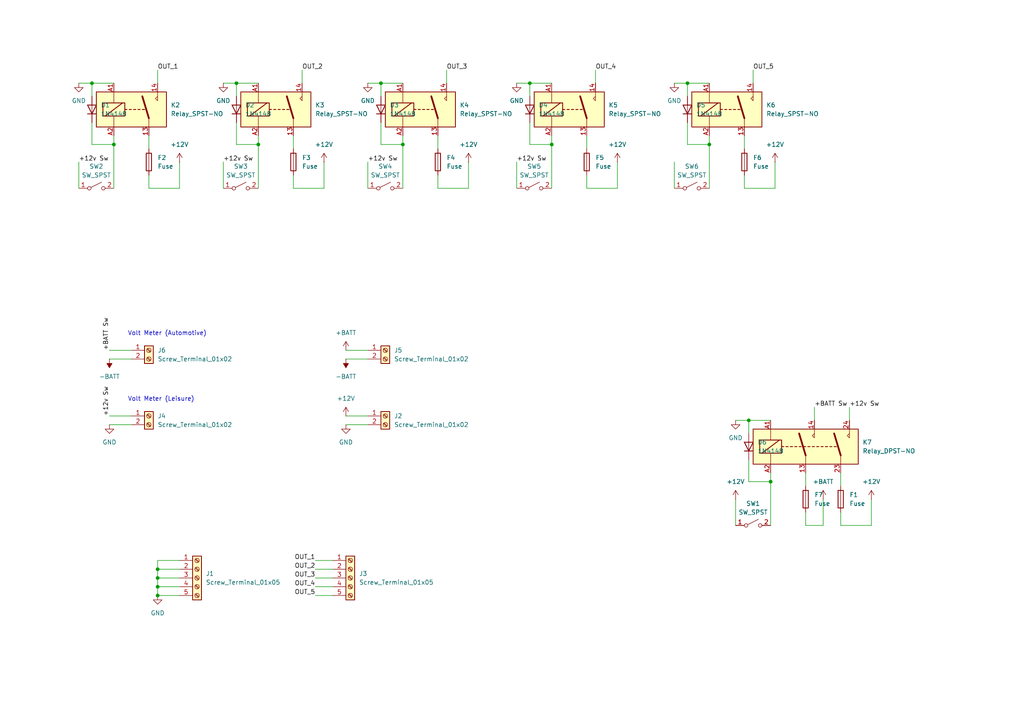
<source format=kicad_sch>
(kicad_sch
	(version 20231120)
	(generator "eeschema")
	(generator_version "8.0")
	(uuid "4204ce72-5112-456e-8e8c-d12233c802f9")
	(paper "A4")
	(lib_symbols
		(symbol "Connector:Screw_Terminal_01x02"
			(pin_names
				(offset 1.016) hide)
			(exclude_from_sim no)
			(in_bom yes)
			(on_board yes)
			(property "Reference" "J"
				(at 0 2.54 0)
				(effects
					(font
						(size 1.27 1.27)
					)
				)
			)
			(property "Value" "Screw_Terminal_01x02"
				(at 0 -5.08 0)
				(effects
					(font
						(size 1.27 1.27)
					)
				)
			)
			(property "Footprint" ""
				(at 0 0 0)
				(effects
					(font
						(size 1.27 1.27)
					)
					(hide yes)
				)
			)
			(property "Datasheet" "~"
				(at 0 0 0)
				(effects
					(font
						(size 1.27 1.27)
					)
					(hide yes)
				)
			)
			(property "Description" "Generic screw terminal, single row, 01x02, script generated (kicad-library-utils/schlib/autogen/connector/)"
				(at 0 0 0)
				(effects
					(font
						(size 1.27 1.27)
					)
					(hide yes)
				)
			)
			(property "ki_keywords" "screw terminal"
				(at 0 0 0)
				(effects
					(font
						(size 1.27 1.27)
					)
					(hide yes)
				)
			)
			(property "ki_fp_filters" "TerminalBlock*:*"
				(at 0 0 0)
				(effects
					(font
						(size 1.27 1.27)
					)
					(hide yes)
				)
			)
			(symbol "Screw_Terminal_01x02_1_1"
				(rectangle
					(start -1.27 1.27)
					(end 1.27 -3.81)
					(stroke
						(width 0.254)
						(type default)
					)
					(fill
						(type background)
					)
				)
				(circle
					(center 0 -2.54)
					(radius 0.635)
					(stroke
						(width 0.1524)
						(type default)
					)
					(fill
						(type none)
					)
				)
				(polyline
					(pts
						(xy -0.5334 -2.2098) (xy 0.3302 -3.048)
					)
					(stroke
						(width 0.1524)
						(type default)
					)
					(fill
						(type none)
					)
				)
				(polyline
					(pts
						(xy -0.5334 0.3302) (xy 0.3302 -0.508)
					)
					(stroke
						(width 0.1524)
						(type default)
					)
					(fill
						(type none)
					)
				)
				(polyline
					(pts
						(xy -0.3556 -2.032) (xy 0.508 -2.8702)
					)
					(stroke
						(width 0.1524)
						(type default)
					)
					(fill
						(type none)
					)
				)
				(polyline
					(pts
						(xy -0.3556 0.508) (xy 0.508 -0.3302)
					)
					(stroke
						(width 0.1524)
						(type default)
					)
					(fill
						(type none)
					)
				)
				(circle
					(center 0 0)
					(radius 0.635)
					(stroke
						(width 0.1524)
						(type default)
					)
					(fill
						(type none)
					)
				)
				(pin passive line
					(at -5.08 0 0)
					(length 3.81)
					(name "Pin_1"
						(effects
							(font
								(size 1.27 1.27)
							)
						)
					)
					(number "1"
						(effects
							(font
								(size 1.27 1.27)
							)
						)
					)
				)
				(pin passive line
					(at -5.08 -2.54 0)
					(length 3.81)
					(name "Pin_2"
						(effects
							(font
								(size 1.27 1.27)
							)
						)
					)
					(number "2"
						(effects
							(font
								(size 1.27 1.27)
							)
						)
					)
				)
			)
		)
		(symbol "Connector:Screw_Terminal_01x05"
			(pin_names
				(offset 1.016) hide)
			(exclude_from_sim no)
			(in_bom yes)
			(on_board yes)
			(property "Reference" "J"
				(at 0 7.62 0)
				(effects
					(font
						(size 1.27 1.27)
					)
				)
			)
			(property "Value" "Screw_Terminal_01x05"
				(at 0 -7.62 0)
				(effects
					(font
						(size 1.27 1.27)
					)
				)
			)
			(property "Footprint" ""
				(at 0 0 0)
				(effects
					(font
						(size 1.27 1.27)
					)
					(hide yes)
				)
			)
			(property "Datasheet" "~"
				(at 0 0 0)
				(effects
					(font
						(size 1.27 1.27)
					)
					(hide yes)
				)
			)
			(property "Description" "Generic screw terminal, single row, 01x05, script generated (kicad-library-utils/schlib/autogen/connector/)"
				(at 0 0 0)
				(effects
					(font
						(size 1.27 1.27)
					)
					(hide yes)
				)
			)
			(property "ki_keywords" "screw terminal"
				(at 0 0 0)
				(effects
					(font
						(size 1.27 1.27)
					)
					(hide yes)
				)
			)
			(property "ki_fp_filters" "TerminalBlock*:*"
				(at 0 0 0)
				(effects
					(font
						(size 1.27 1.27)
					)
					(hide yes)
				)
			)
			(symbol "Screw_Terminal_01x05_1_1"
				(rectangle
					(start -1.27 6.35)
					(end 1.27 -6.35)
					(stroke
						(width 0.254)
						(type default)
					)
					(fill
						(type background)
					)
				)
				(circle
					(center 0 -5.08)
					(radius 0.635)
					(stroke
						(width 0.1524)
						(type default)
					)
					(fill
						(type none)
					)
				)
				(circle
					(center 0 -2.54)
					(radius 0.635)
					(stroke
						(width 0.1524)
						(type default)
					)
					(fill
						(type none)
					)
				)
				(polyline
					(pts
						(xy -0.5334 -4.7498) (xy 0.3302 -5.588)
					)
					(stroke
						(width 0.1524)
						(type default)
					)
					(fill
						(type none)
					)
				)
				(polyline
					(pts
						(xy -0.5334 -2.2098) (xy 0.3302 -3.048)
					)
					(stroke
						(width 0.1524)
						(type default)
					)
					(fill
						(type none)
					)
				)
				(polyline
					(pts
						(xy -0.5334 0.3302) (xy 0.3302 -0.508)
					)
					(stroke
						(width 0.1524)
						(type default)
					)
					(fill
						(type none)
					)
				)
				(polyline
					(pts
						(xy -0.5334 2.8702) (xy 0.3302 2.032)
					)
					(stroke
						(width 0.1524)
						(type default)
					)
					(fill
						(type none)
					)
				)
				(polyline
					(pts
						(xy -0.5334 5.4102) (xy 0.3302 4.572)
					)
					(stroke
						(width 0.1524)
						(type default)
					)
					(fill
						(type none)
					)
				)
				(polyline
					(pts
						(xy -0.3556 -4.572) (xy 0.508 -5.4102)
					)
					(stroke
						(width 0.1524)
						(type default)
					)
					(fill
						(type none)
					)
				)
				(polyline
					(pts
						(xy -0.3556 -2.032) (xy 0.508 -2.8702)
					)
					(stroke
						(width 0.1524)
						(type default)
					)
					(fill
						(type none)
					)
				)
				(polyline
					(pts
						(xy -0.3556 0.508) (xy 0.508 -0.3302)
					)
					(stroke
						(width 0.1524)
						(type default)
					)
					(fill
						(type none)
					)
				)
				(polyline
					(pts
						(xy -0.3556 3.048) (xy 0.508 2.2098)
					)
					(stroke
						(width 0.1524)
						(type default)
					)
					(fill
						(type none)
					)
				)
				(polyline
					(pts
						(xy -0.3556 5.588) (xy 0.508 4.7498)
					)
					(stroke
						(width 0.1524)
						(type default)
					)
					(fill
						(type none)
					)
				)
				(circle
					(center 0 0)
					(radius 0.635)
					(stroke
						(width 0.1524)
						(type default)
					)
					(fill
						(type none)
					)
				)
				(circle
					(center 0 2.54)
					(radius 0.635)
					(stroke
						(width 0.1524)
						(type default)
					)
					(fill
						(type none)
					)
				)
				(circle
					(center 0 5.08)
					(radius 0.635)
					(stroke
						(width 0.1524)
						(type default)
					)
					(fill
						(type none)
					)
				)
				(pin passive line
					(at -5.08 5.08 0)
					(length 3.81)
					(name "Pin_1"
						(effects
							(font
								(size 1.27 1.27)
							)
						)
					)
					(number "1"
						(effects
							(font
								(size 1.27 1.27)
							)
						)
					)
				)
				(pin passive line
					(at -5.08 2.54 0)
					(length 3.81)
					(name "Pin_2"
						(effects
							(font
								(size 1.27 1.27)
							)
						)
					)
					(number "2"
						(effects
							(font
								(size 1.27 1.27)
							)
						)
					)
				)
				(pin passive line
					(at -5.08 0 0)
					(length 3.81)
					(name "Pin_3"
						(effects
							(font
								(size 1.27 1.27)
							)
						)
					)
					(number "3"
						(effects
							(font
								(size 1.27 1.27)
							)
						)
					)
				)
				(pin passive line
					(at -5.08 -2.54 0)
					(length 3.81)
					(name "Pin_4"
						(effects
							(font
								(size 1.27 1.27)
							)
						)
					)
					(number "4"
						(effects
							(font
								(size 1.27 1.27)
							)
						)
					)
				)
				(pin passive line
					(at -5.08 -5.08 0)
					(length 3.81)
					(name "Pin_5"
						(effects
							(font
								(size 1.27 1.27)
							)
						)
					)
					(number "5"
						(effects
							(font
								(size 1.27 1.27)
							)
						)
					)
				)
			)
		)
		(symbol "Device:Fuse"
			(pin_numbers hide)
			(pin_names
				(offset 0)
			)
			(exclude_from_sim no)
			(in_bom yes)
			(on_board yes)
			(property "Reference" "F"
				(at 2.032 0 90)
				(effects
					(font
						(size 1.27 1.27)
					)
				)
			)
			(property "Value" "Fuse"
				(at -1.905 0 90)
				(effects
					(font
						(size 1.27 1.27)
					)
				)
			)
			(property "Footprint" ""
				(at -1.778 0 90)
				(effects
					(font
						(size 1.27 1.27)
					)
					(hide yes)
				)
			)
			(property "Datasheet" "~"
				(at 0 0 0)
				(effects
					(font
						(size 1.27 1.27)
					)
					(hide yes)
				)
			)
			(property "Description" "Fuse"
				(at 0 0 0)
				(effects
					(font
						(size 1.27 1.27)
					)
					(hide yes)
				)
			)
			(property "ki_keywords" "fuse"
				(at 0 0 0)
				(effects
					(font
						(size 1.27 1.27)
					)
					(hide yes)
				)
			)
			(property "ki_fp_filters" "*Fuse*"
				(at 0 0 0)
				(effects
					(font
						(size 1.27 1.27)
					)
					(hide yes)
				)
			)
			(symbol "Fuse_0_1"
				(rectangle
					(start -0.762 -2.54)
					(end 0.762 2.54)
					(stroke
						(width 0.254)
						(type default)
					)
					(fill
						(type none)
					)
				)
				(polyline
					(pts
						(xy 0 2.54) (xy 0 -2.54)
					)
					(stroke
						(width 0)
						(type default)
					)
					(fill
						(type none)
					)
				)
			)
			(symbol "Fuse_1_1"
				(pin passive line
					(at 0 3.81 270)
					(length 1.27)
					(name "~"
						(effects
							(font
								(size 1.27 1.27)
							)
						)
					)
					(number "1"
						(effects
							(font
								(size 1.27 1.27)
							)
						)
					)
				)
				(pin passive line
					(at 0 -3.81 90)
					(length 1.27)
					(name "~"
						(effects
							(font
								(size 1.27 1.27)
							)
						)
					)
					(number "2"
						(effects
							(font
								(size 1.27 1.27)
							)
						)
					)
				)
			)
		)
		(symbol "Diode:1N4148"
			(pin_numbers hide)
			(pin_names hide)
			(exclude_from_sim no)
			(in_bom yes)
			(on_board yes)
			(property "Reference" "D"
				(at 0 2.54 0)
				(effects
					(font
						(size 1.27 1.27)
					)
				)
			)
			(property "Value" "1N4148"
				(at 0 -2.54 0)
				(effects
					(font
						(size 1.27 1.27)
					)
				)
			)
			(property "Footprint" "Diode_THT:D_DO-35_SOD27_P7.62mm_Horizontal"
				(at 0 0 0)
				(effects
					(font
						(size 1.27 1.27)
					)
					(hide yes)
				)
			)
			(property "Datasheet" "https://assets.nexperia.com/documents/data-sheet/1N4148_1N4448.pdf"
				(at 0 0 0)
				(effects
					(font
						(size 1.27 1.27)
					)
					(hide yes)
				)
			)
			(property "Description" "100V 0.15A standard switching diode, DO-35"
				(at 0 0 0)
				(effects
					(font
						(size 1.27 1.27)
					)
					(hide yes)
				)
			)
			(property "Sim.Device" "D"
				(at 0 0 0)
				(effects
					(font
						(size 1.27 1.27)
					)
					(hide yes)
				)
			)
			(property "Sim.Pins" "1=K 2=A"
				(at 0 0 0)
				(effects
					(font
						(size 1.27 1.27)
					)
					(hide yes)
				)
			)
			(property "ki_keywords" "diode"
				(at 0 0 0)
				(effects
					(font
						(size 1.27 1.27)
					)
					(hide yes)
				)
			)
			(property "ki_fp_filters" "D*DO?35*"
				(at 0 0 0)
				(effects
					(font
						(size 1.27 1.27)
					)
					(hide yes)
				)
			)
			(symbol "1N4148_0_1"
				(polyline
					(pts
						(xy -1.27 1.27) (xy -1.27 -1.27)
					)
					(stroke
						(width 0.254)
						(type default)
					)
					(fill
						(type none)
					)
				)
				(polyline
					(pts
						(xy 1.27 0) (xy -1.27 0)
					)
					(stroke
						(width 0)
						(type default)
					)
					(fill
						(type none)
					)
				)
				(polyline
					(pts
						(xy 1.27 1.27) (xy 1.27 -1.27) (xy -1.27 0) (xy 1.27 1.27)
					)
					(stroke
						(width 0.254)
						(type default)
					)
					(fill
						(type none)
					)
				)
			)
			(symbol "1N4148_1_1"
				(pin passive line
					(at -3.81 0 0)
					(length 2.54)
					(name "K"
						(effects
							(font
								(size 1.27 1.27)
							)
						)
					)
					(number "1"
						(effects
							(font
								(size 1.27 1.27)
							)
						)
					)
				)
				(pin passive line
					(at 3.81 0 180)
					(length 2.54)
					(name "A"
						(effects
							(font
								(size 1.27 1.27)
							)
						)
					)
					(number "2"
						(effects
							(font
								(size 1.27 1.27)
							)
						)
					)
				)
			)
		)
		(symbol "Relay:Relay_DPST-NO"
			(exclude_from_sim no)
			(in_bom yes)
			(on_board yes)
			(property "Reference" "K"
				(at 16.51 3.81 0)
				(effects
					(font
						(size 1.27 1.27)
					)
					(justify left)
				)
			)
			(property "Value" "Relay_DPST-NO"
				(at 16.51 1.27 0)
				(effects
					(font
						(size 1.27 1.27)
					)
					(justify left)
				)
			)
			(property "Footprint" ""
				(at 16.51 -1.27 0)
				(effects
					(font
						(size 1.27 1.27)
					)
					(justify left)
					(hide yes)
				)
			)
			(property "Datasheet" "~"
				(at 0 0 0)
				(effects
					(font
						(size 1.27 1.27)
					)
					(hide yes)
				)
			)
			(property "Description" "Relay DPST, monostable, normally open, EN50005"
				(at 0 0 0)
				(effects
					(font
						(size 1.27 1.27)
					)
					(hide yes)
				)
			)
			(property "ki_keywords" "2P2T 2-Form-A double dual pole throw NO"
				(at 0 0 0)
				(effects
					(font
						(size 1.27 1.27)
					)
					(hide yes)
				)
			)
			(property "ki_fp_filters" "Relay?DPST*"
				(at 0 0 0)
				(effects
					(font
						(size 1.27 1.27)
					)
					(hide yes)
				)
			)
			(symbol "Relay_DPST-NO_0_1"
				(rectangle
					(start -15.24 5.08)
					(end 15.24 -5.08)
					(stroke
						(width 0.254)
						(type default)
					)
					(fill
						(type background)
					)
				)
				(rectangle
					(start -13.335 1.905)
					(end -6.985 -1.905)
					(stroke
						(width 0.254)
						(type default)
					)
					(fill
						(type none)
					)
				)
				(polyline
					(pts
						(xy -12.7 -1.905) (xy -7.62 1.905)
					)
					(stroke
						(width 0.254)
						(type default)
					)
					(fill
						(type none)
					)
				)
				(polyline
					(pts
						(xy -10.16 -5.08) (xy -10.16 -1.905)
					)
					(stroke
						(width 0)
						(type default)
					)
					(fill
						(type none)
					)
				)
				(polyline
					(pts
						(xy -10.16 5.08) (xy -10.16 1.905)
					)
					(stroke
						(width 0)
						(type default)
					)
					(fill
						(type none)
					)
				)
				(polyline
					(pts
						(xy -6.985 0) (xy -6.35 0)
					)
					(stroke
						(width 0.254)
						(type default)
					)
					(fill
						(type none)
					)
				)
				(polyline
					(pts
						(xy -5.715 0) (xy -5.08 0)
					)
					(stroke
						(width 0.254)
						(type default)
					)
					(fill
						(type none)
					)
				)
				(polyline
					(pts
						(xy -4.445 0) (xy -3.81 0)
					)
					(stroke
						(width 0.254)
						(type default)
					)
					(fill
						(type none)
					)
				)
				(polyline
					(pts
						(xy -3.175 0) (xy -2.54 0)
					)
					(stroke
						(width 0.254)
						(type default)
					)
					(fill
						(type none)
					)
				)
				(polyline
					(pts
						(xy -1.905 0) (xy -1.27 0)
					)
					(stroke
						(width 0.254)
						(type default)
					)
					(fill
						(type none)
					)
				)
				(polyline
					(pts
						(xy -0.635 0) (xy 0 0)
					)
					(stroke
						(width 0.254)
						(type default)
					)
					(fill
						(type none)
					)
				)
				(polyline
					(pts
						(xy 0 -2.54) (xy -1.905 3.81)
					)
					(stroke
						(width 0.508)
						(type default)
					)
					(fill
						(type none)
					)
				)
				(polyline
					(pts
						(xy 0 -2.54) (xy 0 -5.08)
					)
					(stroke
						(width 0)
						(type default)
					)
					(fill
						(type none)
					)
				)
				(polyline
					(pts
						(xy 0.635 0) (xy 1.27 0)
					)
					(stroke
						(width 0.254)
						(type default)
					)
					(fill
						(type none)
					)
				)
				(polyline
					(pts
						(xy 1.905 0) (xy 2.54 0)
					)
					(stroke
						(width 0.254)
						(type default)
					)
					(fill
						(type none)
					)
				)
				(polyline
					(pts
						(xy 3.175 0) (xy 3.81 0)
					)
					(stroke
						(width 0.254)
						(type default)
					)
					(fill
						(type none)
					)
				)
				(polyline
					(pts
						(xy 4.445 0) (xy 5.08 0)
					)
					(stroke
						(width 0.254)
						(type default)
					)
					(fill
						(type none)
					)
				)
				(polyline
					(pts
						(xy 5.715 0) (xy 6.35 0)
					)
					(stroke
						(width 0.254)
						(type default)
					)
					(fill
						(type none)
					)
				)
				(polyline
					(pts
						(xy 6.985 0) (xy 7.62 0)
					)
					(stroke
						(width 0.254)
						(type default)
					)
					(fill
						(type none)
					)
				)
				(polyline
					(pts
						(xy 8.255 0) (xy 8.89 0)
					)
					(stroke
						(width 0.254)
						(type default)
					)
					(fill
						(type none)
					)
				)
				(polyline
					(pts
						(xy 10.16 -2.54) (xy 8.255 3.81)
					)
					(stroke
						(width 0.508)
						(type default)
					)
					(fill
						(type none)
					)
				)
				(polyline
					(pts
						(xy 10.16 -2.54) (xy 10.16 -5.08)
					)
					(stroke
						(width 0)
						(type default)
					)
					(fill
						(type none)
					)
				)
				(polyline
					(pts
						(xy 2.54 5.08) (xy 2.54 2.54) (xy 1.905 3.175) (xy 2.54 3.81)
					)
					(stroke
						(width 0)
						(type default)
					)
					(fill
						(type none)
					)
				)
				(polyline
					(pts
						(xy 12.7 5.08) (xy 12.7 2.54) (xy 12.065 3.175) (xy 12.7 3.81)
					)
					(stroke
						(width 0)
						(type default)
					)
					(fill
						(type none)
					)
				)
			)
			(symbol "Relay_DPST-NO_1_1"
				(pin passive line
					(at 0 -7.62 90)
					(length 2.54)
					(name "~"
						(effects
							(font
								(size 1.27 1.27)
							)
						)
					)
					(number "13"
						(effects
							(font
								(size 1.27 1.27)
							)
						)
					)
				)
				(pin passive line
					(at 2.54 7.62 270)
					(length 2.54)
					(name "~"
						(effects
							(font
								(size 1.27 1.27)
							)
						)
					)
					(number "14"
						(effects
							(font
								(size 1.27 1.27)
							)
						)
					)
				)
				(pin passive line
					(at 10.16 -7.62 90)
					(length 2.54)
					(name "~"
						(effects
							(font
								(size 1.27 1.27)
							)
						)
					)
					(number "23"
						(effects
							(font
								(size 1.27 1.27)
							)
						)
					)
				)
				(pin passive line
					(at 12.7 7.62 270)
					(length 2.54)
					(name "~"
						(effects
							(font
								(size 1.27 1.27)
							)
						)
					)
					(number "24"
						(effects
							(font
								(size 1.27 1.27)
							)
						)
					)
				)
				(pin passive line
					(at -10.16 7.62 270)
					(length 2.54)
					(name "~"
						(effects
							(font
								(size 1.27 1.27)
							)
						)
					)
					(number "A1"
						(effects
							(font
								(size 1.27 1.27)
							)
						)
					)
				)
				(pin passive line
					(at -10.16 -7.62 90)
					(length 2.54)
					(name "~"
						(effects
							(font
								(size 1.27 1.27)
							)
						)
					)
					(number "A2"
						(effects
							(font
								(size 1.27 1.27)
							)
						)
					)
				)
			)
		)
		(symbol "Relay:Relay_SPST-NO"
			(exclude_from_sim no)
			(in_bom yes)
			(on_board yes)
			(property "Reference" "K"
				(at 11.43 3.81 0)
				(effects
					(font
						(size 1.27 1.27)
					)
					(justify left)
				)
			)
			(property "Value" "Relay_SPST-NO"
				(at 11.43 1.27 0)
				(effects
					(font
						(size 1.27 1.27)
					)
					(justify left)
				)
			)
			(property "Footprint" ""
				(at 11.43 -1.27 0)
				(effects
					(font
						(size 1.27 1.27)
					)
					(justify left)
					(hide yes)
				)
			)
			(property "Datasheet" "~"
				(at 0 0 0)
				(effects
					(font
						(size 1.27 1.27)
					)
					(hide yes)
				)
			)
			(property "Description" "Relay SPST, Normally Open, EN50005"
				(at 0 0 0)
				(effects
					(font
						(size 1.27 1.27)
					)
					(hide yes)
				)
			)
			(property "ki_keywords" "Single Pole Relay SPST NO"
				(at 0 0 0)
				(effects
					(font
						(size 1.27 1.27)
					)
					(hide yes)
				)
			)
			(property "ki_fp_filters" "Relay?SPST*"
				(at 0 0 0)
				(effects
					(font
						(size 1.27 1.27)
					)
					(hide yes)
				)
			)
			(symbol "Relay_SPST-NO_0_0"
				(polyline
					(pts
						(xy 7.62 5.08) (xy 7.62 2.54) (xy 6.985 3.175) (xy 7.62 3.81)
					)
					(stroke
						(width 0)
						(type default)
					)
					(fill
						(type none)
					)
				)
			)
			(symbol "Relay_SPST-NO_0_1"
				(rectangle
					(start -10.16 5.08)
					(end 10.16 -5.08)
					(stroke
						(width 0.254)
						(type default)
					)
					(fill
						(type background)
					)
				)
				(rectangle
					(start -8.255 1.905)
					(end -1.905 -1.905)
					(stroke
						(width 0.254)
						(type default)
					)
					(fill
						(type none)
					)
				)
				(polyline
					(pts
						(xy -7.62 -1.905) (xy -2.54 1.905)
					)
					(stroke
						(width 0.254)
						(type default)
					)
					(fill
						(type none)
					)
				)
				(polyline
					(pts
						(xy -5.08 -5.08) (xy -5.08 -1.905)
					)
					(stroke
						(width 0)
						(type default)
					)
					(fill
						(type none)
					)
				)
				(polyline
					(pts
						(xy -5.08 5.08) (xy -5.08 1.905)
					)
					(stroke
						(width 0)
						(type default)
					)
					(fill
						(type none)
					)
				)
				(polyline
					(pts
						(xy -1.905 0) (xy -1.27 0)
					)
					(stroke
						(width 0.254)
						(type default)
					)
					(fill
						(type none)
					)
				)
				(polyline
					(pts
						(xy -0.635 0) (xy 0 0)
					)
					(stroke
						(width 0.254)
						(type default)
					)
					(fill
						(type none)
					)
				)
				(polyline
					(pts
						(xy 0.635 0) (xy 1.27 0)
					)
					(stroke
						(width 0.254)
						(type default)
					)
					(fill
						(type none)
					)
				)
				(polyline
					(pts
						(xy 1.905 0) (xy 2.54 0)
					)
					(stroke
						(width 0.254)
						(type default)
					)
					(fill
						(type none)
					)
				)
				(polyline
					(pts
						(xy 3.175 0) (xy 3.81 0)
					)
					(stroke
						(width 0.254)
						(type default)
					)
					(fill
						(type none)
					)
				)
				(polyline
					(pts
						(xy 5.08 -2.54) (xy 3.175 3.81)
					)
					(stroke
						(width 0.508)
						(type default)
					)
					(fill
						(type none)
					)
				)
				(polyline
					(pts
						(xy 5.08 -2.54) (xy 5.08 -5.08)
					)
					(stroke
						(width 0)
						(type default)
					)
					(fill
						(type none)
					)
				)
			)
			(symbol "Relay_SPST-NO_1_1"
				(pin passive line
					(at 5.08 -7.62 90)
					(length 2.54)
					(name "~"
						(effects
							(font
								(size 1.27 1.27)
							)
						)
					)
					(number "13"
						(effects
							(font
								(size 1.27 1.27)
							)
						)
					)
				)
				(pin passive line
					(at 7.62 7.62 270)
					(length 2.54)
					(name "~"
						(effects
							(font
								(size 1.27 1.27)
							)
						)
					)
					(number "14"
						(effects
							(font
								(size 1.27 1.27)
							)
						)
					)
				)
				(pin passive line
					(at -5.08 7.62 270)
					(length 2.54)
					(name "~"
						(effects
							(font
								(size 1.27 1.27)
							)
						)
					)
					(number "A1"
						(effects
							(font
								(size 1.27 1.27)
							)
						)
					)
				)
				(pin passive line
					(at -5.08 -7.62 90)
					(length 2.54)
					(name "~"
						(effects
							(font
								(size 1.27 1.27)
							)
						)
					)
					(number "A2"
						(effects
							(font
								(size 1.27 1.27)
							)
						)
					)
				)
			)
		)
		(symbol "Switch:SW_SPST"
			(pin_names
				(offset 0) hide)
			(exclude_from_sim no)
			(in_bom yes)
			(on_board yes)
			(property "Reference" "SW"
				(at 0 3.175 0)
				(effects
					(font
						(size 1.27 1.27)
					)
				)
			)
			(property "Value" "SW_SPST"
				(at 0 -2.54 0)
				(effects
					(font
						(size 1.27 1.27)
					)
				)
			)
			(property "Footprint" ""
				(at 0 0 0)
				(effects
					(font
						(size 1.27 1.27)
					)
					(hide yes)
				)
			)
			(property "Datasheet" "~"
				(at 0 0 0)
				(effects
					(font
						(size 1.27 1.27)
					)
					(hide yes)
				)
			)
			(property "Description" "Single Pole Single Throw (SPST) switch"
				(at 0 0 0)
				(effects
					(font
						(size 1.27 1.27)
					)
					(hide yes)
				)
			)
			(property "ki_keywords" "switch lever"
				(at 0 0 0)
				(effects
					(font
						(size 1.27 1.27)
					)
					(hide yes)
				)
			)
			(symbol "SW_SPST_0_0"
				(circle
					(center -2.032 0)
					(radius 0.508)
					(stroke
						(width 0)
						(type default)
					)
					(fill
						(type none)
					)
				)
				(polyline
					(pts
						(xy -1.524 0.254) (xy 1.524 1.778)
					)
					(stroke
						(width 0)
						(type default)
					)
					(fill
						(type none)
					)
				)
				(circle
					(center 2.032 0)
					(radius 0.508)
					(stroke
						(width 0)
						(type default)
					)
					(fill
						(type none)
					)
				)
			)
			(symbol "SW_SPST_1_1"
				(pin passive line
					(at -5.08 0 0)
					(length 2.54)
					(name "A"
						(effects
							(font
								(size 1.27 1.27)
							)
						)
					)
					(number "1"
						(effects
							(font
								(size 1.27 1.27)
							)
						)
					)
				)
				(pin passive line
					(at 5.08 0 180)
					(length 2.54)
					(name "B"
						(effects
							(font
								(size 1.27 1.27)
							)
						)
					)
					(number "2"
						(effects
							(font
								(size 1.27 1.27)
							)
						)
					)
				)
			)
		)
		(symbol "power:+12V"
			(power)
			(pin_numbers hide)
			(pin_names
				(offset 0) hide)
			(exclude_from_sim no)
			(in_bom yes)
			(on_board yes)
			(property "Reference" "#PWR"
				(at 0 -3.81 0)
				(effects
					(font
						(size 1.27 1.27)
					)
					(hide yes)
				)
			)
			(property "Value" "+12V"
				(at 0 3.556 0)
				(effects
					(font
						(size 1.27 1.27)
					)
				)
			)
			(property "Footprint" ""
				(at 0 0 0)
				(effects
					(font
						(size 1.27 1.27)
					)
					(hide yes)
				)
			)
			(property "Datasheet" ""
				(at 0 0 0)
				(effects
					(font
						(size 1.27 1.27)
					)
					(hide yes)
				)
			)
			(property "Description" "Power symbol creates a global label with name \"+12V\""
				(at 0 0 0)
				(effects
					(font
						(size 1.27 1.27)
					)
					(hide yes)
				)
			)
			(property "ki_keywords" "global power"
				(at 0 0 0)
				(effects
					(font
						(size 1.27 1.27)
					)
					(hide yes)
				)
			)
			(symbol "+12V_0_1"
				(polyline
					(pts
						(xy -0.762 1.27) (xy 0 2.54)
					)
					(stroke
						(width 0)
						(type default)
					)
					(fill
						(type none)
					)
				)
				(polyline
					(pts
						(xy 0 0) (xy 0 2.54)
					)
					(stroke
						(width 0)
						(type default)
					)
					(fill
						(type none)
					)
				)
				(polyline
					(pts
						(xy 0 2.54) (xy 0.762 1.27)
					)
					(stroke
						(width 0)
						(type default)
					)
					(fill
						(type none)
					)
				)
			)
			(symbol "+12V_1_1"
				(pin power_in line
					(at 0 0 90)
					(length 0)
					(name "~"
						(effects
							(font
								(size 1.27 1.27)
							)
						)
					)
					(number "1"
						(effects
							(font
								(size 1.27 1.27)
							)
						)
					)
				)
			)
		)
		(symbol "power:+BATT"
			(power)
			(pin_numbers hide)
			(pin_names
				(offset 0) hide)
			(exclude_from_sim no)
			(in_bom yes)
			(on_board yes)
			(property "Reference" "#PWR"
				(at 0 -3.81 0)
				(effects
					(font
						(size 1.27 1.27)
					)
					(hide yes)
				)
			)
			(property "Value" "+BATT"
				(at 0 3.556 0)
				(effects
					(font
						(size 1.27 1.27)
					)
				)
			)
			(property "Footprint" ""
				(at 0 0 0)
				(effects
					(font
						(size 1.27 1.27)
					)
					(hide yes)
				)
			)
			(property "Datasheet" ""
				(at 0 0 0)
				(effects
					(font
						(size 1.27 1.27)
					)
					(hide yes)
				)
			)
			(property "Description" "Power symbol creates a global label with name \"+BATT\""
				(at 0 0 0)
				(effects
					(font
						(size 1.27 1.27)
					)
					(hide yes)
				)
			)
			(property "ki_keywords" "global power battery"
				(at 0 0 0)
				(effects
					(font
						(size 1.27 1.27)
					)
					(hide yes)
				)
			)
			(symbol "+BATT_0_1"
				(polyline
					(pts
						(xy -0.762 1.27) (xy 0 2.54)
					)
					(stroke
						(width 0)
						(type default)
					)
					(fill
						(type none)
					)
				)
				(polyline
					(pts
						(xy 0 0) (xy 0 2.54)
					)
					(stroke
						(width 0)
						(type default)
					)
					(fill
						(type none)
					)
				)
				(polyline
					(pts
						(xy 0 2.54) (xy 0.762 1.27)
					)
					(stroke
						(width 0)
						(type default)
					)
					(fill
						(type none)
					)
				)
			)
			(symbol "+BATT_1_1"
				(pin power_in line
					(at 0 0 90)
					(length 0)
					(name "~"
						(effects
							(font
								(size 1.27 1.27)
							)
						)
					)
					(number "1"
						(effects
							(font
								(size 1.27 1.27)
							)
						)
					)
				)
			)
		)
		(symbol "power:-BATT"
			(power)
			(pin_numbers hide)
			(pin_names
				(offset 0) hide)
			(exclude_from_sim no)
			(in_bom yes)
			(on_board yes)
			(property "Reference" "#PWR"
				(at 0 -3.81 0)
				(effects
					(font
						(size 1.27 1.27)
					)
					(hide yes)
				)
			)
			(property "Value" "-BATT"
				(at 0 3.556 0)
				(effects
					(font
						(size 1.27 1.27)
					)
				)
			)
			(property "Footprint" ""
				(at 0 0 0)
				(effects
					(font
						(size 1.27 1.27)
					)
					(hide yes)
				)
			)
			(property "Datasheet" ""
				(at 0 0 0)
				(effects
					(font
						(size 1.27 1.27)
					)
					(hide yes)
				)
			)
			(property "Description" "Power symbol creates a global label with name \"-BATT\""
				(at 0 0 0)
				(effects
					(font
						(size 1.27 1.27)
					)
					(hide yes)
				)
			)
			(property "ki_keywords" "global power battery"
				(at 0 0 0)
				(effects
					(font
						(size 1.27 1.27)
					)
					(hide yes)
				)
			)
			(symbol "-BATT_0_1"
				(polyline
					(pts
						(xy 0 0) (xy 0 2.54)
					)
					(stroke
						(width 0)
						(type default)
					)
					(fill
						(type none)
					)
				)
				(polyline
					(pts
						(xy 0.762 1.27) (xy -0.762 1.27) (xy 0 2.54) (xy 0.762 1.27)
					)
					(stroke
						(width 0)
						(type default)
					)
					(fill
						(type outline)
					)
				)
			)
			(symbol "-BATT_1_1"
				(pin power_in line
					(at 0 0 90)
					(length 0)
					(name "~"
						(effects
							(font
								(size 1.27 1.27)
							)
						)
					)
					(number "1"
						(effects
							(font
								(size 1.27 1.27)
							)
						)
					)
				)
			)
		)
		(symbol "power:GND"
			(power)
			(pin_numbers hide)
			(pin_names
				(offset 0) hide)
			(exclude_from_sim no)
			(in_bom yes)
			(on_board yes)
			(property "Reference" "#PWR"
				(at 0 -6.35 0)
				(effects
					(font
						(size 1.27 1.27)
					)
					(hide yes)
				)
			)
			(property "Value" "GND"
				(at 0 -3.81 0)
				(effects
					(font
						(size 1.27 1.27)
					)
				)
			)
			(property "Footprint" ""
				(at 0 0 0)
				(effects
					(font
						(size 1.27 1.27)
					)
					(hide yes)
				)
			)
			(property "Datasheet" ""
				(at 0 0 0)
				(effects
					(font
						(size 1.27 1.27)
					)
					(hide yes)
				)
			)
			(property "Description" "Power symbol creates a global label with name \"GND\" , ground"
				(at 0 0 0)
				(effects
					(font
						(size 1.27 1.27)
					)
					(hide yes)
				)
			)
			(property "ki_keywords" "global power"
				(at 0 0 0)
				(effects
					(font
						(size 1.27 1.27)
					)
					(hide yes)
				)
			)
			(symbol "GND_0_1"
				(polyline
					(pts
						(xy 0 0) (xy 0 -1.27) (xy 1.27 -1.27) (xy 0 -2.54) (xy -1.27 -1.27) (xy 0 -1.27)
					)
					(stroke
						(width 0)
						(type default)
					)
					(fill
						(type none)
					)
				)
			)
			(symbol "GND_1_1"
				(pin power_in line
					(at 0 0 270)
					(length 0)
					(name "~"
						(effects
							(font
								(size 1.27 1.27)
							)
						)
					)
					(number "1"
						(effects
							(font
								(size 1.27 1.27)
							)
						)
					)
				)
			)
		)
	)
	(junction
		(at 45.72 167.64)
		(diameter 0)
		(color 0 0 0 0)
		(uuid "0e1da381-1583-4f74-8344-931a5fd7bfcd")
	)
	(junction
		(at 45.72 170.18)
		(diameter 0)
		(color 0 0 0 0)
		(uuid "238c8578-515d-4c9b-a922-9e9cb71499b9")
	)
	(junction
		(at 45.72 165.1)
		(diameter 0)
		(color 0 0 0 0)
		(uuid "2ed09474-2108-4e9c-91df-b863edac4418")
	)
	(junction
		(at 217.17 121.92)
		(diameter 0)
		(color 0 0 0 0)
		(uuid "2f99abaf-0f99-40c9-b6c2-08926898abfb")
	)
	(junction
		(at 116.84 41.91)
		(diameter 0)
		(color 0 0 0 0)
		(uuid "513ddfda-8578-4ff6-b3e2-89ebc140eb95")
	)
	(junction
		(at 153.67 24.13)
		(diameter 0)
		(color 0 0 0 0)
		(uuid "56f8eaac-b595-4b1a-b3f0-931561ec957f")
	)
	(junction
		(at 26.67 24.13)
		(diameter 0)
		(color 0 0 0 0)
		(uuid "59c4969c-a176-4fcf-a592-bf29fddf396b")
	)
	(junction
		(at 223.52 139.7)
		(diameter 0)
		(color 0 0 0 0)
		(uuid "5c97c0bc-91e3-4266-b850-dd25f88bb3cd")
	)
	(junction
		(at 33.02 41.91)
		(diameter 0)
		(color 0 0 0 0)
		(uuid "838d3d9e-e322-44ed-ad9a-8d199a4a0f66")
	)
	(junction
		(at 74.93 41.91)
		(diameter 0)
		(color 0 0 0 0)
		(uuid "9507fbe8-d9d9-4eb7-a884-beae490e51de")
	)
	(junction
		(at 45.72 172.72)
		(diameter 0)
		(color 0 0 0 0)
		(uuid "a4fb7ee1-ec63-4e01-824c-22ffa23afd7a")
	)
	(junction
		(at 199.39 24.13)
		(diameter 0)
		(color 0 0 0 0)
		(uuid "bfd93b6f-3b83-479a-af0b-f2cf66e3c929")
	)
	(junction
		(at 160.02 41.91)
		(diameter 0)
		(color 0 0 0 0)
		(uuid "e1ac0033-257d-402d-a569-fe0d106582bb")
	)
	(junction
		(at 110.49 24.13)
		(diameter 0)
		(color 0 0 0 0)
		(uuid "e579e77b-29b1-4300-bfa3-98997e4076f9")
	)
	(junction
		(at 68.58 24.13)
		(diameter 0)
		(color 0 0 0 0)
		(uuid "fd1fd42f-a773-4292-b0ff-3eeaf8872535")
	)
	(junction
		(at 205.74 41.91)
		(diameter 0)
		(color 0 0 0 0)
		(uuid "fe8c0f74-777c-436f-8384-88e1cdad9386")
	)
	(wire
		(pts
			(xy 199.39 24.13) (xy 199.39 27.94)
		)
		(stroke
			(width 0)
			(type default)
		)
		(uuid "0035f992-6672-49b6-a37f-57fda3ca38c6")
	)
	(wire
		(pts
			(xy 153.67 27.94) (xy 153.67 24.13)
		)
		(stroke
			(width 0)
			(type default)
		)
		(uuid "096cceaf-36b6-4dc6-bba6-7af75a1a9f4a")
	)
	(wire
		(pts
			(xy 31.75 104.14) (xy 38.1 104.14)
		)
		(stroke
			(width 0)
			(type default)
		)
		(uuid "0d3fe492-291b-4d65-adfb-8bd63695b1a0")
	)
	(wire
		(pts
			(xy 213.36 144.78) (xy 213.36 152.4)
		)
		(stroke
			(width 0)
			(type default)
		)
		(uuid "105864ec-a44f-4b83-be07-df4197dc28bb")
	)
	(wire
		(pts
			(xy 91.44 162.56) (xy 96.52 162.56)
		)
		(stroke
			(width 0)
			(type default)
		)
		(uuid "133fdaa5-9aa0-4e8e-bcab-6097c607f168")
	)
	(wire
		(pts
			(xy 246.38 118.11) (xy 246.38 121.92)
		)
		(stroke
			(width 0)
			(type default)
		)
		(uuid "1520ca75-90a2-4653-ad68-7f43d4f6fc8c")
	)
	(wire
		(pts
			(xy 135.89 54.61) (xy 127 54.61)
		)
		(stroke
			(width 0)
			(type default)
		)
		(uuid "15fa6142-10b4-4597-8d45-e3688f3a7d73")
	)
	(wire
		(pts
			(xy 129.54 20.32) (xy 129.54 24.13)
		)
		(stroke
			(width 0)
			(type default)
		)
		(uuid "17ed036a-15e7-4e8c-a528-c49e0fd235f9")
	)
	(wire
		(pts
			(xy 153.67 24.13) (xy 160.02 24.13)
		)
		(stroke
			(width 0)
			(type default)
		)
		(uuid "194fda52-9fe5-45a5-a63d-36d5dc544d88")
	)
	(wire
		(pts
			(xy 224.79 54.61) (xy 215.9 54.61)
		)
		(stroke
			(width 0)
			(type default)
		)
		(uuid "1965c2a4-dde3-496f-8b44-0c8cfd4ce731")
	)
	(wire
		(pts
			(xy 26.67 35.56) (xy 26.67 41.91)
		)
		(stroke
			(width 0)
			(type default)
		)
		(uuid "198eca89-606f-4a0a-add1-d4c3a914e037")
	)
	(wire
		(pts
			(xy 100.33 123.19) (xy 106.68 123.19)
		)
		(stroke
			(width 0)
			(type default)
		)
		(uuid "1a83c09b-ef66-4d51-810b-295bdb0e1acd")
	)
	(wire
		(pts
			(xy 149.86 24.13) (xy 153.67 24.13)
		)
		(stroke
			(width 0)
			(type default)
		)
		(uuid "1bd5205f-8b4f-4dfa-ad1f-f3a401f28302")
	)
	(wire
		(pts
			(xy 100.33 120.65) (xy 106.68 120.65)
		)
		(stroke
			(width 0)
			(type default)
		)
		(uuid "1d7c6788-a018-4000-91af-511e482835da")
	)
	(wire
		(pts
			(xy 223.52 137.16) (xy 223.52 139.7)
		)
		(stroke
			(width 0)
			(type default)
		)
		(uuid "1e8b5a5d-deca-455a-91ed-f6bdc599418d")
	)
	(wire
		(pts
			(xy 52.07 46.99) (xy 52.07 54.61)
		)
		(stroke
			(width 0)
			(type default)
		)
		(uuid "1f455a65-c6f5-49e6-b4de-fdad5b8b890f")
	)
	(wire
		(pts
			(xy 91.44 172.72) (xy 96.52 172.72)
		)
		(stroke
			(width 0)
			(type default)
		)
		(uuid "22702529-f7f9-44a5-8aff-5e6b1d48d865")
	)
	(wire
		(pts
			(xy 68.58 24.13) (xy 74.93 24.13)
		)
		(stroke
			(width 0)
			(type default)
		)
		(uuid "24c5108e-8243-474c-92f4-84202001b74c")
	)
	(wire
		(pts
			(xy 68.58 24.13) (xy 68.58 27.94)
		)
		(stroke
			(width 0)
			(type default)
		)
		(uuid "25f8379c-3e5d-41be-94f9-87c5f5f4cfdf")
	)
	(wire
		(pts
			(xy 110.49 24.13) (xy 116.84 24.13)
		)
		(stroke
			(width 0)
			(type default)
		)
		(uuid "2b5723f4-fe28-4ea8-867c-ecf5d5300805")
	)
	(wire
		(pts
			(xy 106.68 46.99) (xy 106.68 54.61)
		)
		(stroke
			(width 0)
			(type default)
		)
		(uuid "2d25412c-d8fb-4496-8df6-ea7cac99f21b")
	)
	(wire
		(pts
			(xy 149.86 46.99) (xy 149.86 54.61)
		)
		(stroke
			(width 0)
			(type default)
		)
		(uuid "2d70ce0b-299d-49da-9390-7d3ae805cf29")
	)
	(wire
		(pts
			(xy 252.73 152.4) (xy 243.84 152.4)
		)
		(stroke
			(width 0)
			(type default)
		)
		(uuid "2f816886-fafb-4440-8d35-12ae54aa7176")
	)
	(wire
		(pts
			(xy 87.63 20.32) (xy 87.63 24.13)
		)
		(stroke
			(width 0)
			(type default)
		)
		(uuid "31ff966a-76af-4bb8-887f-b641a38cdaaa")
	)
	(wire
		(pts
			(xy 233.68 148.59) (xy 233.68 152.4)
		)
		(stroke
			(width 0)
			(type default)
		)
		(uuid "34b3cbd8-20ee-44df-be8c-866157d3fa3f")
	)
	(wire
		(pts
			(xy 217.17 121.92) (xy 217.17 125.73)
		)
		(stroke
			(width 0)
			(type default)
		)
		(uuid "35207d14-d362-4859-bef2-5f980f641780")
	)
	(wire
		(pts
			(xy 85.09 50.8) (xy 85.09 54.61)
		)
		(stroke
			(width 0)
			(type default)
		)
		(uuid "399284c1-41f0-439b-9711-9c18ef08573c")
	)
	(wire
		(pts
			(xy 238.76 152.4) (xy 238.76 144.78)
		)
		(stroke
			(width 0)
			(type default)
		)
		(uuid "3a62466e-6536-46ee-8cc2-53cdf1bee085")
	)
	(wire
		(pts
			(xy 106.68 24.13) (xy 110.49 24.13)
		)
		(stroke
			(width 0)
			(type default)
		)
		(uuid "3c1d663c-6065-4c6e-b690-e75f918b976a")
	)
	(wire
		(pts
			(xy 199.39 35.56) (xy 199.39 41.91)
		)
		(stroke
			(width 0)
			(type default)
		)
		(uuid "3da048ef-4ceb-4fbc-91b4-af0faf0c61af")
	)
	(wire
		(pts
			(xy 43.18 50.8) (xy 43.18 54.61)
		)
		(stroke
			(width 0)
			(type default)
		)
		(uuid "3e2cd452-729d-4121-a158-bdddb51c377b")
	)
	(wire
		(pts
			(xy 85.09 39.37) (xy 85.09 43.18)
		)
		(stroke
			(width 0)
			(type default)
		)
		(uuid "408a70b4-eb18-4a12-b7d7-a82e5f436529")
	)
	(wire
		(pts
			(xy 218.44 20.32) (xy 218.44 24.13)
		)
		(stroke
			(width 0)
			(type default)
		)
		(uuid "43e42cc4-c88d-4882-b9ae-88475a9c019d")
	)
	(wire
		(pts
			(xy 205.74 41.91) (xy 205.74 54.61)
		)
		(stroke
			(width 0)
			(type default)
		)
		(uuid "54d0d33c-eeb3-4249-84fd-4287d95ee025")
	)
	(wire
		(pts
			(xy 31.75 101.6) (xy 38.1 101.6)
		)
		(stroke
			(width 0)
			(type default)
		)
		(uuid "55986d72-2f9c-4274-9e05-fc79800f8d33")
	)
	(wire
		(pts
			(xy 26.67 41.91) (xy 33.02 41.91)
		)
		(stroke
			(width 0)
			(type default)
		)
		(uuid "58766594-e686-4249-b7bc-3196118aa149")
	)
	(wire
		(pts
			(xy 52.07 54.61) (xy 43.18 54.61)
		)
		(stroke
			(width 0)
			(type default)
		)
		(uuid "598a39c3-bfe9-4bdc-b190-5f1395639005")
	)
	(wire
		(pts
			(xy 199.39 24.13) (xy 205.74 24.13)
		)
		(stroke
			(width 0)
			(type default)
		)
		(uuid "647d8e37-c12e-4d3d-adbe-0709a9266246")
	)
	(wire
		(pts
			(xy 195.58 46.99) (xy 195.58 54.61)
		)
		(stroke
			(width 0)
			(type default)
		)
		(uuid "64c38c7f-b4c5-416c-a13b-f6823b47b3fa")
	)
	(wire
		(pts
			(xy 45.72 162.56) (xy 52.07 162.56)
		)
		(stroke
			(width 0)
			(type default)
		)
		(uuid "67ef7139-3969-4059-afd9-9a6c9a5e0760")
	)
	(wire
		(pts
			(xy 127 39.37) (xy 127 43.18)
		)
		(stroke
			(width 0)
			(type default)
		)
		(uuid "6f6af6eb-8683-4650-94f7-88b2f3b10cc3")
	)
	(wire
		(pts
			(xy 223.52 139.7) (xy 223.52 152.4)
		)
		(stroke
			(width 0)
			(type default)
		)
		(uuid "70039125-cf5f-40b9-a496-04ccbd105dbc")
	)
	(wire
		(pts
			(xy 26.67 24.13) (xy 33.02 24.13)
		)
		(stroke
			(width 0)
			(type default)
		)
		(uuid "705650fe-52e8-4e61-84fa-91a62c240ce5")
	)
	(wire
		(pts
			(xy 45.72 20.32) (xy 45.72 24.13)
		)
		(stroke
			(width 0)
			(type default)
		)
		(uuid "725c6bce-1f9d-4369-858c-6e00b126b847")
	)
	(wire
		(pts
			(xy 195.58 24.13) (xy 199.39 24.13)
		)
		(stroke
			(width 0)
			(type default)
		)
		(uuid "7b4cea6f-b8b7-4ac6-a934-db7b67febb05")
	)
	(wire
		(pts
			(xy 160.02 41.91) (xy 160.02 54.61)
		)
		(stroke
			(width 0)
			(type default)
		)
		(uuid "7c0d42f1-409b-4f18-b4ff-d44e4db59c93")
	)
	(wire
		(pts
			(xy 68.58 41.91) (xy 74.93 41.91)
		)
		(stroke
			(width 0)
			(type default)
		)
		(uuid "808b6b83-aed0-47b5-9112-aba9364d7844")
	)
	(wire
		(pts
			(xy 22.86 24.13) (xy 26.67 24.13)
		)
		(stroke
			(width 0)
			(type default)
		)
		(uuid "8c60fb91-ecfc-41b9-b9a8-1a8e88eb6e93")
	)
	(wire
		(pts
			(xy 74.93 41.91) (xy 74.93 54.61)
		)
		(stroke
			(width 0)
			(type default)
		)
		(uuid "8dc73a9c-468c-47b1-917f-78fa13fa558b")
	)
	(wire
		(pts
			(xy 93.98 54.61) (xy 85.09 54.61)
		)
		(stroke
			(width 0)
			(type default)
		)
		(uuid "8de977cc-6997-44e0-b792-e4340ca4705d")
	)
	(wire
		(pts
			(xy 179.07 54.61) (xy 170.18 54.61)
		)
		(stroke
			(width 0)
			(type default)
		)
		(uuid "8f9cf217-9725-4cda-9a75-b7efbf77e954")
	)
	(wire
		(pts
			(xy 93.98 46.99) (xy 93.98 54.61)
		)
		(stroke
			(width 0)
			(type default)
		)
		(uuid "901ed8e0-04bc-4f9b-a9f0-35d5fe11d60e")
	)
	(wire
		(pts
			(xy 45.72 170.18) (xy 52.07 170.18)
		)
		(stroke
			(width 0)
			(type default)
		)
		(uuid "90603d72-607c-472d-b762-bf99118016cd")
	)
	(wire
		(pts
			(xy 22.86 46.99) (xy 22.86 54.61)
		)
		(stroke
			(width 0)
			(type default)
		)
		(uuid "913aa5ef-0095-4972-bc7c-49551886a75e")
	)
	(wire
		(pts
			(xy 26.67 24.13) (xy 26.67 27.94)
		)
		(stroke
			(width 0)
			(type default)
		)
		(uuid "9298ddb6-7d98-41bc-b72d-11bc0d998479")
	)
	(wire
		(pts
			(xy 91.44 165.1) (xy 96.52 165.1)
		)
		(stroke
			(width 0)
			(type default)
		)
		(uuid "92ba5e12-465c-4188-b26d-f2e12e697d8a")
	)
	(wire
		(pts
			(xy 64.77 24.13) (xy 68.58 24.13)
		)
		(stroke
			(width 0)
			(type default)
		)
		(uuid "939398b0-c567-49e1-aa36-bf06072ea3c7")
	)
	(wire
		(pts
			(xy 233.68 152.4) (xy 238.76 152.4)
		)
		(stroke
			(width 0)
			(type default)
		)
		(uuid "97d0b3e2-6c1a-4ffc-9f61-fdd5a721b35e")
	)
	(wire
		(pts
			(xy 215.9 39.37) (xy 215.9 43.18)
		)
		(stroke
			(width 0)
			(type default)
		)
		(uuid "9bd5d4ef-5ac4-40fc-a48f-56040ba8faf5")
	)
	(wire
		(pts
			(xy 45.72 170.18) (xy 45.72 167.64)
		)
		(stroke
			(width 0)
			(type default)
		)
		(uuid "9cd06ff5-7a1d-4090-a41a-fe8adf688be4")
	)
	(wire
		(pts
			(xy 233.68 137.16) (xy 233.68 140.97)
		)
		(stroke
			(width 0)
			(type default)
		)
		(uuid "9f18b9fe-1f8f-4c8e-bbb4-7530c62561d0")
	)
	(wire
		(pts
			(xy 91.44 167.64) (xy 96.52 167.64)
		)
		(stroke
			(width 0)
			(type default)
		)
		(uuid "a19fd856-36dd-4579-bb50-ec413daa34a8")
	)
	(wire
		(pts
			(xy 45.72 165.1) (xy 45.72 162.56)
		)
		(stroke
			(width 0)
			(type default)
		)
		(uuid "a31fb155-1cc2-4222-b724-b8429e4cf797")
	)
	(wire
		(pts
			(xy 45.72 172.72) (xy 45.72 170.18)
		)
		(stroke
			(width 0)
			(type default)
		)
		(uuid "a5afd08f-59c8-40d2-8395-a48001d4da67")
	)
	(wire
		(pts
			(xy 33.02 41.91) (xy 33.02 54.61)
		)
		(stroke
			(width 0)
			(type default)
		)
		(uuid "a63ed86a-ebcf-47ed-a8f0-ed4795be229a")
	)
	(wire
		(pts
			(xy 243.84 137.16) (xy 243.84 140.97)
		)
		(stroke
			(width 0)
			(type default)
		)
		(uuid "b151a4b1-84e0-4ebc-8427-656a0f343132")
	)
	(wire
		(pts
			(xy 116.84 39.37) (xy 116.84 41.91)
		)
		(stroke
			(width 0)
			(type default)
		)
		(uuid "b25b9bf2-a9b3-48b5-a2ac-06eca08edf1c")
	)
	(wire
		(pts
			(xy 170.18 39.37) (xy 170.18 43.18)
		)
		(stroke
			(width 0)
			(type default)
		)
		(uuid "b39548b1-3f52-4968-9103-59a87ef716f0")
	)
	(wire
		(pts
			(xy 205.74 39.37) (xy 205.74 41.91)
		)
		(stroke
			(width 0)
			(type default)
		)
		(uuid "b43b2989-c6ff-4895-a451-d82705220d98")
	)
	(wire
		(pts
			(xy 172.72 20.32) (xy 172.72 24.13)
		)
		(stroke
			(width 0)
			(type default)
		)
		(uuid "b54cac95-eff5-4907-834b-eb476b0c79cb")
	)
	(wire
		(pts
			(xy 179.07 46.99) (xy 179.07 54.61)
		)
		(stroke
			(width 0)
			(type default)
		)
		(uuid "b69cdc17-d011-4e58-9b35-326ad2aa61ac")
	)
	(wire
		(pts
			(xy 170.18 50.8) (xy 170.18 54.61)
		)
		(stroke
			(width 0)
			(type default)
		)
		(uuid "b8f048ef-5c2e-4a29-9786-e05ab1b2c7f5")
	)
	(wire
		(pts
			(xy 153.67 41.91) (xy 160.02 41.91)
		)
		(stroke
			(width 0)
			(type default)
		)
		(uuid "ba0c435a-602b-45bf-a1b1-14435b041ad9")
	)
	(wire
		(pts
			(xy 31.75 123.19) (xy 38.1 123.19)
		)
		(stroke
			(width 0)
			(type default)
		)
		(uuid "be289353-9331-4452-9ffd-4102dcde07aa")
	)
	(wire
		(pts
			(xy 135.89 46.99) (xy 135.89 54.61)
		)
		(stroke
			(width 0)
			(type default)
		)
		(uuid "bfdf53ab-1ea2-4354-8be2-308d630e0f21")
	)
	(wire
		(pts
			(xy 160.02 39.37) (xy 160.02 41.91)
		)
		(stroke
			(width 0)
			(type default)
		)
		(uuid "c276f57a-4982-42b8-8cb4-b52e024df8f5")
	)
	(wire
		(pts
			(xy 91.44 170.18) (xy 96.52 170.18)
		)
		(stroke
			(width 0)
			(type default)
		)
		(uuid "c30c3882-5f64-4ca4-8d05-215f8d1c3000")
	)
	(wire
		(pts
			(xy 33.02 39.37) (xy 33.02 41.91)
		)
		(stroke
			(width 0)
			(type default)
		)
		(uuid "c45ad0d3-dbb8-48b5-8cfc-1d0cc8e45ac2")
	)
	(wire
		(pts
			(xy 213.36 121.92) (xy 217.17 121.92)
		)
		(stroke
			(width 0)
			(type default)
		)
		(uuid "c4eca9f0-6102-4dbb-a17e-4b7f5df1f4ce")
	)
	(wire
		(pts
			(xy 74.93 39.37) (xy 74.93 41.91)
		)
		(stroke
			(width 0)
			(type default)
		)
		(uuid "c5a95e02-c081-42c8-b6c6-4a713b03ee81")
	)
	(wire
		(pts
			(xy 45.72 167.64) (xy 52.07 167.64)
		)
		(stroke
			(width 0)
			(type default)
		)
		(uuid "c6b1726d-f85b-4272-bd53-f038ff5074c8")
	)
	(wire
		(pts
			(xy 215.9 50.8) (xy 215.9 54.61)
		)
		(stroke
			(width 0)
			(type default)
		)
		(uuid "c8009f4d-c4db-4e5b-b08b-1d3d76a9a54c")
	)
	(wire
		(pts
			(xy 45.72 165.1) (xy 52.07 165.1)
		)
		(stroke
			(width 0)
			(type default)
		)
		(uuid "c99295d8-9e9a-46df-8ba8-17bc6116271c")
	)
	(wire
		(pts
			(xy 43.18 39.37) (xy 43.18 43.18)
		)
		(stroke
			(width 0)
			(type default)
		)
		(uuid "d05d3247-0637-4cfc-b077-b3e3a60375b0")
	)
	(wire
		(pts
			(xy 110.49 24.13) (xy 110.49 27.94)
		)
		(stroke
			(width 0)
			(type default)
		)
		(uuid "d33f9fad-d331-43d0-a776-06a63f0cb9f8")
	)
	(wire
		(pts
			(xy 110.49 35.56) (xy 110.49 41.91)
		)
		(stroke
			(width 0)
			(type default)
		)
		(uuid "d450490d-babc-4023-8222-2871cd5294d5")
	)
	(wire
		(pts
			(xy 199.39 41.91) (xy 205.74 41.91)
		)
		(stroke
			(width 0)
			(type default)
		)
		(uuid "d4fdfa2a-7b13-4356-a2cb-ab42fc161a43")
	)
	(wire
		(pts
			(xy 45.72 172.72) (xy 52.07 172.72)
		)
		(stroke
			(width 0)
			(type default)
		)
		(uuid "d8ae4dcf-d84b-472c-94c7-19820f245035")
	)
	(wire
		(pts
			(xy 31.75 120.65) (xy 38.1 120.65)
		)
		(stroke
			(width 0)
			(type default)
		)
		(uuid "da286824-bdf5-4631-bc21-ef791b9f030e")
	)
	(wire
		(pts
			(xy 217.17 121.92) (xy 223.52 121.92)
		)
		(stroke
			(width 0)
			(type default)
		)
		(uuid "de032248-3b2b-4ee6-b8d6-79b635112b51")
	)
	(wire
		(pts
			(xy 217.17 133.35) (xy 217.17 139.7)
		)
		(stroke
			(width 0)
			(type default)
		)
		(uuid "de8e7345-ede0-46c2-aa28-0f07c1334263")
	)
	(wire
		(pts
			(xy 64.77 46.99) (xy 64.77 54.61)
		)
		(stroke
			(width 0)
			(type default)
		)
		(uuid "e14d6686-56f0-4772-abf1-2799f401cdc5")
	)
	(wire
		(pts
			(xy 243.84 148.59) (xy 243.84 152.4)
		)
		(stroke
			(width 0)
			(type default)
		)
		(uuid "e1e745cd-ef64-453a-befa-3abbd917991b")
	)
	(wire
		(pts
			(xy 217.17 139.7) (xy 223.52 139.7)
		)
		(stroke
			(width 0)
			(type default)
		)
		(uuid "e91374ce-269a-4756-8456-aa9941cdcbdd")
	)
	(wire
		(pts
			(xy 68.58 35.56) (xy 68.58 41.91)
		)
		(stroke
			(width 0)
			(type default)
		)
		(uuid "e96a1350-3fb1-4e31-acd4-d4810d0a1b05")
	)
	(wire
		(pts
			(xy 236.22 118.11) (xy 236.22 121.92)
		)
		(stroke
			(width 0)
			(type default)
		)
		(uuid "eeb8f793-563c-4e0c-99b8-358cb1cd362a")
	)
	(wire
		(pts
			(xy 110.49 41.91) (xy 116.84 41.91)
		)
		(stroke
			(width 0)
			(type default)
		)
		(uuid "f1c056fa-4ace-400a-858c-82648d6bdc46")
	)
	(wire
		(pts
			(xy 116.84 41.91) (xy 116.84 54.61)
		)
		(stroke
			(width 0)
			(type default)
		)
		(uuid "f3cc8d8c-86cf-4b76-981c-93196a5cef67")
	)
	(wire
		(pts
			(xy 45.72 167.64) (xy 45.72 165.1)
		)
		(stroke
			(width 0)
			(type default)
		)
		(uuid "f655e3f1-be14-45ae-82c9-839d47ca8881")
	)
	(wire
		(pts
			(xy 153.67 35.56) (xy 153.67 41.91)
		)
		(stroke
			(width 0)
			(type default)
		)
		(uuid "f7d00647-dc6d-4db1-a90c-2473c8ecfe3f")
	)
	(wire
		(pts
			(xy 224.79 46.99) (xy 224.79 54.61)
		)
		(stroke
			(width 0)
			(type default)
		)
		(uuid "f9dadacb-d9b1-4cd1-bad1-36ed86260a20")
	)
	(wire
		(pts
			(xy 127 50.8) (xy 127 54.61)
		)
		(stroke
			(width 0)
			(type default)
		)
		(uuid "fbaaf596-2d02-4826-ae81-09c32041f2c8")
	)
	(wire
		(pts
			(xy 100.33 104.14) (xy 106.68 104.14)
		)
		(stroke
			(width 0)
			(type default)
		)
		(uuid "fbe93dbd-d179-4997-8717-445a2a63dbc6")
	)
	(wire
		(pts
			(xy 100.33 101.6) (xy 106.68 101.6)
		)
		(stroke
			(width 0)
			(type default)
		)
		(uuid "fc2ee0a8-d2b8-4d7b-b725-76c2fa324ef9")
	)
	(wire
		(pts
			(xy 252.73 144.78) (xy 252.73 152.4)
		)
		(stroke
			(width 0)
			(type default)
		)
		(uuid "ff09846c-f70c-4ee6-a272-80475686f37a")
	)
	(text "Volt Meter (Leisure)"
		(exclude_from_sim no)
		(at 46.736 115.824 0)
		(effects
			(font
				(size 1.27 1.27)
			)
		)
		(uuid "8b27190b-460b-444d-84ca-8c55bb5e9c16")
	)
	(text "Volt Meter (Automotive)"
		(exclude_from_sim no)
		(at 48.514 96.774 0)
		(effects
			(font
				(size 1.27 1.27)
			)
		)
		(uuid "ad2a7e24-6138-4e86-8c26-674d81123ef8")
	)
	(label "OUT_1"
		(at 91.44 162.56 180)
		(effects
			(font
				(size 1.27 1.27)
			)
			(justify right bottom)
		)
		(uuid "14298bb0-ad2b-4964-8bec-abb7d86d08ce")
	)
	(label "OUT_2"
		(at 91.44 165.1 180)
		(effects
			(font
				(size 1.27 1.27)
			)
			(justify right bottom)
		)
		(uuid "1a629b4f-a0d6-4408-a52e-6c9c1086896a")
	)
	(label "+12v Sw"
		(at 246.38 118.11 0)
		(effects
			(font
				(size 1.27 1.27)
			)
			(justify left bottom)
		)
		(uuid "200fe9ad-f34e-4175-9741-4086eaeda653")
	)
	(label "+12v Sw"
		(at 22.86 46.99 0)
		(effects
			(font
				(size 1.27 1.27)
			)
			(justify left bottom)
		)
		(uuid "38132885-4e41-410c-a840-52b4c83002bb")
	)
	(label "+12v Sw"
		(at 149.86 46.99 0)
		(effects
			(font
				(size 1.27 1.27)
			)
			(justify left bottom)
		)
		(uuid "3b933872-06b3-43d6-86a0-10c9ceeb4403")
	)
	(label "OUT_3"
		(at 129.54 20.32 0)
		(effects
			(font
				(size 1.27 1.27)
			)
			(justify left bottom)
		)
		(uuid "42b78530-ff00-4e9b-bf3f-6c485a095ce8")
	)
	(label "+BATT Sw"
		(at 236.22 118.11 0)
		(effects
			(font
				(size 1.27 1.27)
			)
			(justify left bottom)
		)
		(uuid "52981405-c3b9-4424-9b12-24b26e6556ce")
	)
	(label "+12v Sw"
		(at 31.75 120.65 90)
		(effects
			(font
				(size 1.27 1.27)
			)
			(justify left bottom)
		)
		(uuid "56cf0f5f-c7f9-4a2f-866a-3dd7d9aa441c")
	)
	(label "OUT_4"
		(at 172.72 20.32 0)
		(effects
			(font
				(size 1.27 1.27)
			)
			(justify left bottom)
		)
		(uuid "7700482d-aa66-4496-b901-c63fc693f3bc")
	)
	(label "OUT_5"
		(at 91.44 172.72 180)
		(effects
			(font
				(size 1.27 1.27)
			)
			(justify right bottom)
		)
		(uuid "7db13238-d584-4e9f-a9df-5bb29113b05b")
	)
	(label "OUT_3"
		(at 91.44 167.64 180)
		(effects
			(font
				(size 1.27 1.27)
			)
			(justify right bottom)
		)
		(uuid "8530fdbe-593b-46cb-8598-c3e50cdf8c85")
	)
	(label "OUT_2"
		(at 87.63 20.32 0)
		(effects
			(font
				(size 1.27 1.27)
			)
			(justify left bottom)
		)
		(uuid "86c6169a-6dee-4da0-ba13-92115e0fc872")
	)
	(label "+BATT Sw"
		(at 31.75 101.6 90)
		(effects
			(font
				(size 1.27 1.27)
			)
			(justify left bottom)
		)
		(uuid "89bb2797-0dde-4cb2-9c1c-540632af9cdf")
	)
	(label "OUT_5"
		(at 218.44 20.32 0)
		(effects
			(font
				(size 1.27 1.27)
			)
			(justify left bottom)
		)
		(uuid "ce65f8b6-90df-4844-911f-51355bf7364f")
	)
	(label "+12v Sw"
		(at 64.77 46.99 0)
		(effects
			(font
				(size 1.27 1.27)
			)
			(justify left bottom)
		)
		(uuid "d9058d9e-3ba9-4852-9a74-d45bafe53bc9")
	)
	(label "OUT_1"
		(at 45.72 20.32 0)
		(effects
			(font
				(size 1.27 1.27)
			)
			(justify left bottom)
		)
		(uuid "efa9505f-7229-4591-a5b0-b274301d5e1b")
	)
	(label "+12v Sw"
		(at 106.68 46.99 0)
		(effects
			(font
				(size 1.27 1.27)
			)
			(justify left bottom)
		)
		(uuid "f8b80c17-ddbf-4f39-a809-2739abe132dd")
	)
	(label "OUT_4"
		(at 91.44 170.18 180)
		(effects
			(font
				(size 1.27 1.27)
			)
			(justify right bottom)
		)
		(uuid "fbefeca6-19d2-477c-8d56-16e6830629c7")
	)
	(symbol
		(lib_id "power:GND")
		(at 195.58 24.13 0)
		(unit 1)
		(exclude_from_sim no)
		(in_bom yes)
		(on_board yes)
		(dnp no)
		(fields_autoplaced yes)
		(uuid "0824d41c-efc8-4b1e-826f-9080e405923c")
		(property "Reference" "#PWR024"
			(at 195.58 30.48 0)
			(effects
				(font
					(size 1.27 1.27)
				)
				(hide yes)
			)
		)
		(property "Value" "GND"
			(at 195.58 29.21 0)
			(effects
				(font
					(size 1.27 1.27)
				)
			)
		)
		(property "Footprint" ""
			(at 195.58 24.13 0)
			(effects
				(font
					(size 1.27 1.27)
				)
				(hide yes)
			)
		)
		(property "Datasheet" ""
			(at 195.58 24.13 0)
			(effects
				(font
					(size 1.27 1.27)
				)
				(hide yes)
			)
		)
		(property "Description" "Power symbol creates a global label with name \"GND\" , ground"
			(at 195.58 24.13 0)
			(effects
				(font
					(size 1.27 1.27)
				)
				(hide yes)
			)
		)
		(pin "1"
			(uuid "01c4428e-6a91-4f8c-b5a6-062e62f58850")
		)
		(instances
			(project "VanSwitchPanel"
				(path "/4204ce72-5112-456e-8e8c-d12233c802f9"
					(reference "#PWR024")
					(unit 1)
				)
			)
		)
	)
	(symbol
		(lib_id "power:+12V")
		(at 213.36 144.78 0)
		(unit 1)
		(exclude_from_sim no)
		(in_bom yes)
		(on_board yes)
		(dnp no)
		(fields_autoplaced yes)
		(uuid "08fd0143-ccfb-4c8a-bac4-a8123b678103")
		(property "Reference" "#PWR04"
			(at 213.36 148.59 0)
			(effects
				(font
					(size 1.27 1.27)
				)
				(hide yes)
			)
		)
		(property "Value" "+12V"
			(at 213.36 139.7 0)
			(effects
				(font
					(size 1.27 1.27)
				)
			)
		)
		(property "Footprint" ""
			(at 213.36 144.78 0)
			(effects
				(font
					(size 1.27 1.27)
				)
				(hide yes)
			)
		)
		(property "Datasheet" ""
			(at 213.36 144.78 0)
			(effects
				(font
					(size 1.27 1.27)
				)
				(hide yes)
			)
		)
		(property "Description" "Power symbol creates a global label with name \"+12V\""
			(at 213.36 144.78 0)
			(effects
				(font
					(size 1.27 1.27)
				)
				(hide yes)
			)
		)
		(pin "1"
			(uuid "3a3dd765-55ee-49e2-a561-d3c8853334a6")
		)
		(instances
			(project "VanSwitchPanel"
				(path "/4204ce72-5112-456e-8e8c-d12233c802f9"
					(reference "#PWR04")
					(unit 1)
				)
			)
		)
	)
	(symbol
		(lib_id "Diode:1N4148")
		(at 199.39 31.75 90)
		(unit 1)
		(exclude_from_sim no)
		(in_bom yes)
		(on_board yes)
		(dnp no)
		(fields_autoplaced yes)
		(uuid "0a1e5b06-9dbc-4132-a43c-34bc276d13be")
		(property "Reference" "D5"
			(at 201.93 30.4799 90)
			(effects
				(font
					(size 1.27 1.27)
				)
				(justify right)
			)
		)
		(property "Value" "1N4148"
			(at 201.93 33.0199 90)
			(effects
				(font
					(size 1.27 1.27)
				)
				(justify right)
			)
		)
		(property "Footprint" "Diode_THT:D_DO-35_SOD27_P7.62mm_Horizontal"
			(at 199.39 31.75 0)
			(effects
				(font
					(size 1.27 1.27)
				)
				(hide yes)
			)
		)
		(property "Datasheet" "https://assets.nexperia.com/documents/data-sheet/1N4148_1N4448.pdf"
			(at 199.39 31.75 0)
			(effects
				(font
					(size 1.27 1.27)
				)
				(hide yes)
			)
		)
		(property "Description" "100V 0.15A standard switching diode, DO-35"
			(at 199.39 31.75 0)
			(effects
				(font
					(size 1.27 1.27)
				)
				(hide yes)
			)
		)
		(property "Sim.Device" "D"
			(at 199.39 31.75 0)
			(effects
				(font
					(size 1.27 1.27)
				)
				(hide yes)
			)
		)
		(property "Sim.Pins" "1=K 2=A"
			(at 199.39 31.75 0)
			(effects
				(font
					(size 1.27 1.27)
				)
				(hide yes)
			)
		)
		(pin "2"
			(uuid "2b95c67d-01d3-4312-8d9e-96e716e93c9e")
		)
		(pin "1"
			(uuid "9be33ef4-f259-4af0-a399-37a8998b8714")
		)
		(instances
			(project "VanSwitchPanel"
				(path "/4204ce72-5112-456e-8e8c-d12233c802f9"
					(reference "D5")
					(unit 1)
				)
			)
		)
	)
	(symbol
		(lib_id "Switch:SW_SPST")
		(at 69.85 54.61 0)
		(unit 1)
		(exclude_from_sim no)
		(in_bom yes)
		(on_board yes)
		(dnp no)
		(fields_autoplaced yes)
		(uuid "0af6e4b6-223c-4ec7-9ce7-c6e0304e8ca4")
		(property "Reference" "SW3"
			(at 69.85 48.26 0)
			(effects
				(font
					(size 1.27 1.27)
				)
			)
		)
		(property "Value" "SW_SPST"
			(at 69.85 50.8 0)
			(effects
				(font
					(size 1.27 1.27)
				)
			)
		)
		(property "Footprint" ""
			(at 69.85 54.61 0)
			(effects
				(font
					(size 1.27 1.27)
				)
				(hide yes)
			)
		)
		(property "Datasheet" "~"
			(at 69.85 54.61 0)
			(effects
				(font
					(size 1.27 1.27)
				)
				(hide yes)
			)
		)
		(property "Description" "Single Pole Single Throw (SPST) switch"
			(at 69.85 54.61 0)
			(effects
				(font
					(size 1.27 1.27)
				)
				(hide yes)
			)
		)
		(pin "1"
			(uuid "57f83e7c-dd7e-4d2c-8cc7-5102b375ab3d")
		)
		(pin "2"
			(uuid "1a3cd63f-71e7-4cba-ae1f-8ece10279b59")
		)
		(instances
			(project "VanSwitchPanel"
				(path "/4204ce72-5112-456e-8e8c-d12233c802f9"
					(reference "SW3")
					(unit 1)
				)
			)
		)
	)
	(symbol
		(lib_id "Switch:SW_SPST")
		(at 111.76 54.61 0)
		(unit 1)
		(exclude_from_sim no)
		(in_bom yes)
		(on_board yes)
		(dnp no)
		(fields_autoplaced yes)
		(uuid "0e9343cb-d111-48ba-a2a7-9a4076c5ec3c")
		(property "Reference" "SW4"
			(at 111.76 48.26 0)
			(effects
				(font
					(size 1.27 1.27)
				)
			)
		)
		(property "Value" "SW_SPST"
			(at 111.76 50.8 0)
			(effects
				(font
					(size 1.27 1.27)
				)
			)
		)
		(property "Footprint" ""
			(at 111.76 54.61 0)
			(effects
				(font
					(size 1.27 1.27)
				)
				(hide yes)
			)
		)
		(property "Datasheet" "~"
			(at 111.76 54.61 0)
			(effects
				(font
					(size 1.27 1.27)
				)
				(hide yes)
			)
		)
		(property "Description" "Single Pole Single Throw (SPST) switch"
			(at 111.76 54.61 0)
			(effects
				(font
					(size 1.27 1.27)
				)
				(hide yes)
			)
		)
		(pin "1"
			(uuid "b9371937-4e9d-4867-bffc-a3f5c5280a68")
		)
		(pin "2"
			(uuid "f4975e78-a831-4619-8a2c-f5e1ad77ad94")
		)
		(instances
			(project "VanSwitchPanel"
				(path "/4204ce72-5112-456e-8e8c-d12233c802f9"
					(reference "SW4")
					(unit 1)
				)
			)
		)
	)
	(symbol
		(lib_id "power:-BATT")
		(at 31.75 104.14 180)
		(unit 1)
		(exclude_from_sim no)
		(in_bom yes)
		(on_board yes)
		(dnp no)
		(fields_autoplaced yes)
		(uuid "1b404a52-d244-4dde-9935-06bda07ec7fa")
		(property "Reference" "#PWR022"
			(at 31.75 100.33 0)
			(effects
				(font
					(size 1.27 1.27)
				)
				(hide yes)
			)
		)
		(property "Value" "-BATT"
			(at 31.75 109.22 0)
			(effects
				(font
					(size 1.27 1.27)
				)
			)
		)
		(property "Footprint" ""
			(at 31.75 104.14 0)
			(effects
				(font
					(size 1.27 1.27)
				)
				(hide yes)
			)
		)
		(property "Datasheet" ""
			(at 31.75 104.14 0)
			(effects
				(font
					(size 1.27 1.27)
				)
				(hide yes)
			)
		)
		(property "Description" "Power symbol creates a global label with name \"-BATT\""
			(at 31.75 104.14 0)
			(effects
				(font
					(size 1.27 1.27)
				)
				(hide yes)
			)
		)
		(pin "1"
			(uuid "359a5386-eef5-441d-b0e9-ea7278c84e7e")
		)
		(instances
			(project "VanSwitchPanel"
				(path "/4204ce72-5112-456e-8e8c-d12233c802f9"
					(reference "#PWR022")
					(unit 1)
				)
			)
		)
	)
	(symbol
		(lib_id "power:GND")
		(at 106.68 24.13 0)
		(unit 1)
		(exclude_from_sim no)
		(in_bom yes)
		(on_board yes)
		(dnp no)
		(fields_autoplaced yes)
		(uuid "1e5f4e37-a276-4b5a-a4f9-26246c2029ab")
		(property "Reference" "#PWR012"
			(at 106.68 30.48 0)
			(effects
				(font
					(size 1.27 1.27)
				)
				(hide yes)
			)
		)
		(property "Value" "GND"
			(at 106.68 29.21 0)
			(effects
				(font
					(size 1.27 1.27)
				)
			)
		)
		(property "Footprint" ""
			(at 106.68 24.13 0)
			(effects
				(font
					(size 1.27 1.27)
				)
				(hide yes)
			)
		)
		(property "Datasheet" ""
			(at 106.68 24.13 0)
			(effects
				(font
					(size 1.27 1.27)
				)
				(hide yes)
			)
		)
		(property "Description" "Power symbol creates a global label with name \"GND\" , ground"
			(at 106.68 24.13 0)
			(effects
				(font
					(size 1.27 1.27)
				)
				(hide yes)
			)
		)
		(pin "1"
			(uuid "ef499456-2ed9-4e2d-8f56-753af393af35")
		)
		(instances
			(project "VanSwitchPanel"
				(path "/4204ce72-5112-456e-8e8c-d12233c802f9"
					(reference "#PWR012")
					(unit 1)
				)
			)
		)
	)
	(symbol
		(lib_id "power:+12V")
		(at 224.79 46.99 0)
		(unit 1)
		(exclude_from_sim no)
		(in_bom yes)
		(on_board yes)
		(dnp no)
		(fields_autoplaced yes)
		(uuid "1ec8ed40-68b1-460d-8c89-785f912c5f33")
		(property "Reference" "#PWR016"
			(at 224.79 50.8 0)
			(effects
				(font
					(size 1.27 1.27)
				)
				(hide yes)
			)
		)
		(property "Value" "+12V"
			(at 224.79 41.91 0)
			(effects
				(font
					(size 1.27 1.27)
				)
			)
		)
		(property "Footprint" ""
			(at 224.79 46.99 0)
			(effects
				(font
					(size 1.27 1.27)
				)
				(hide yes)
			)
		)
		(property "Datasheet" ""
			(at 224.79 46.99 0)
			(effects
				(font
					(size 1.27 1.27)
				)
				(hide yes)
			)
		)
		(property "Description" "Power symbol creates a global label with name \"+12V\""
			(at 224.79 46.99 0)
			(effects
				(font
					(size 1.27 1.27)
				)
				(hide yes)
			)
		)
		(pin "1"
			(uuid "cfa5b158-683d-4e72-9262-789b79a5b513")
		)
		(instances
			(project "VanSwitchPanel"
				(path "/4204ce72-5112-456e-8e8c-d12233c802f9"
					(reference "#PWR016")
					(unit 1)
				)
			)
		)
	)
	(symbol
		(lib_id "Switch:SW_SPST")
		(at 154.94 54.61 0)
		(unit 1)
		(exclude_from_sim no)
		(in_bom yes)
		(on_board yes)
		(dnp no)
		(fields_autoplaced yes)
		(uuid "20556ab3-d260-4e64-9d7e-9ceebb01c499")
		(property "Reference" "SW5"
			(at 154.94 48.26 0)
			(effects
				(font
					(size 1.27 1.27)
				)
			)
		)
		(property "Value" "SW_SPST"
			(at 154.94 50.8 0)
			(effects
				(font
					(size 1.27 1.27)
				)
			)
		)
		(property "Footprint" ""
			(at 154.94 54.61 0)
			(effects
				(font
					(size 1.27 1.27)
				)
				(hide yes)
			)
		)
		(property "Datasheet" "~"
			(at 154.94 54.61 0)
			(effects
				(font
					(size 1.27 1.27)
				)
				(hide yes)
			)
		)
		(property "Description" "Single Pole Single Throw (SPST) switch"
			(at 154.94 54.61 0)
			(effects
				(font
					(size 1.27 1.27)
				)
				(hide yes)
			)
		)
		(pin "1"
			(uuid "b2a598b3-1b26-44d2-9d1c-319d5cba0df7")
		)
		(pin "2"
			(uuid "3a56c680-db4e-43d1-aeb8-d7a7a5b75d3b")
		)
		(instances
			(project "VanSwitchPanel"
				(path "/4204ce72-5112-456e-8e8c-d12233c802f9"
					(reference "SW5")
					(unit 1)
				)
			)
		)
	)
	(symbol
		(lib_id "Device:Fuse")
		(at 170.18 46.99 0)
		(unit 1)
		(exclude_from_sim no)
		(in_bom yes)
		(on_board yes)
		(dnp no)
		(fields_autoplaced yes)
		(uuid "2092629c-02f8-43d3-ad75-7ec76766f79b")
		(property "Reference" "F5"
			(at 172.72 45.7199 0)
			(effects
				(font
					(size 1.27 1.27)
				)
				(justify left)
			)
		)
		(property "Value" "Fuse"
			(at 172.72 48.2599 0)
			(effects
				(font
					(size 1.27 1.27)
				)
				(justify left)
			)
		)
		(property "Footprint" ""
			(at 168.402 46.99 90)
			(effects
				(font
					(size 1.27 1.27)
				)
				(hide yes)
			)
		)
		(property "Datasheet" "~"
			(at 170.18 46.99 0)
			(effects
				(font
					(size 1.27 1.27)
				)
				(hide yes)
			)
		)
		(property "Description" "Fuse"
			(at 170.18 46.99 0)
			(effects
				(font
					(size 1.27 1.27)
				)
				(hide yes)
			)
		)
		(pin "1"
			(uuid "2e62fea9-fd3f-4964-9364-09b2641ff955")
		)
		(pin "2"
			(uuid "1b0703c9-6f42-47ab-9c4c-a74184757f82")
		)
		(instances
			(project "VanSwitchPanel"
				(path "/4204ce72-5112-456e-8e8c-d12233c802f9"
					(reference "F5")
					(unit 1)
				)
			)
		)
	)
	(symbol
		(lib_id "Device:Fuse")
		(at 215.9 46.99 0)
		(unit 1)
		(exclude_from_sim no)
		(in_bom yes)
		(on_board yes)
		(dnp no)
		(fields_autoplaced yes)
		(uuid "249d8860-0698-4a13-97d3-b83854469f93")
		(property "Reference" "F6"
			(at 218.44 45.7199 0)
			(effects
				(font
					(size 1.27 1.27)
				)
				(justify left)
			)
		)
		(property "Value" "Fuse"
			(at 218.44 48.2599 0)
			(effects
				(font
					(size 1.27 1.27)
				)
				(justify left)
			)
		)
		(property "Footprint" ""
			(at 214.122 46.99 90)
			(effects
				(font
					(size 1.27 1.27)
				)
				(hide yes)
			)
		)
		(property "Datasheet" "~"
			(at 215.9 46.99 0)
			(effects
				(font
					(size 1.27 1.27)
				)
				(hide yes)
			)
		)
		(property "Description" "Fuse"
			(at 215.9 46.99 0)
			(effects
				(font
					(size 1.27 1.27)
				)
				(hide yes)
			)
		)
		(pin "1"
			(uuid "a6a49c4c-caca-4af0-8fa1-3e6f098c6bcd")
		)
		(pin "2"
			(uuid "9f377617-a014-4f34-85c3-1eb76c6324c5")
		)
		(instances
			(project "VanSwitchPanel"
				(path "/4204ce72-5112-456e-8e8c-d12233c802f9"
					(reference "F6")
					(unit 1)
				)
			)
		)
	)
	(symbol
		(lib_id "Connector:Screw_Terminal_01x02")
		(at 111.76 101.6 0)
		(unit 1)
		(exclude_from_sim no)
		(in_bom yes)
		(on_board yes)
		(dnp no)
		(fields_autoplaced yes)
		(uuid "2aab86f3-6564-4878-9f09-6422d09b4cab")
		(property "Reference" "J5"
			(at 114.3 101.5999 0)
			(effects
				(font
					(size 1.27 1.27)
				)
				(justify left)
			)
		)
		(property "Value" "Screw_Terminal_01x02"
			(at 114.3 104.1399 0)
			(effects
				(font
					(size 1.27 1.27)
				)
				(justify left)
			)
		)
		(property "Footprint" "TerminalBlock_Phoenix:TerminalBlock_Phoenix_MKDS-1,5-2-5.08_1x02_P5.08mm_Horizontal"
			(at 111.76 101.6 0)
			(effects
				(font
					(size 1.27 1.27)
				)
				(hide yes)
			)
		)
		(property "Datasheet" "~"
			(at 111.76 101.6 0)
			(effects
				(font
					(size 1.27 1.27)
				)
				(hide yes)
			)
		)
		(property "Description" "Generic screw terminal, single row, 01x02, script generated (kicad-library-utils/schlib/autogen/connector/)"
			(at 111.76 101.6 0)
			(effects
				(font
					(size 1.27 1.27)
				)
				(hide yes)
			)
		)
		(pin "1"
			(uuid "198b90e8-e132-4989-afa8-0f7229124097")
		)
		(pin "2"
			(uuid "cf593baa-fa34-47dc-a04b-ddf798125680")
		)
		(instances
			(project "VanSwitchPanel"
				(path "/4204ce72-5112-456e-8e8c-d12233c802f9"
					(reference "J5")
					(unit 1)
				)
			)
		)
	)
	(symbol
		(lib_id "power:GND")
		(at 22.86 24.13 0)
		(unit 1)
		(exclude_from_sim no)
		(in_bom yes)
		(on_board yes)
		(dnp no)
		(fields_autoplaced yes)
		(uuid "323b4feb-6765-4fc0-a5a3-1e0e99218152")
		(property "Reference" "#PWR010"
			(at 22.86 30.48 0)
			(effects
				(font
					(size 1.27 1.27)
				)
				(hide yes)
			)
		)
		(property "Value" "GND"
			(at 22.86 29.21 0)
			(effects
				(font
					(size 1.27 1.27)
				)
			)
		)
		(property "Footprint" ""
			(at 22.86 24.13 0)
			(effects
				(font
					(size 1.27 1.27)
				)
				(hide yes)
			)
		)
		(property "Datasheet" ""
			(at 22.86 24.13 0)
			(effects
				(font
					(size 1.27 1.27)
				)
				(hide yes)
			)
		)
		(property "Description" "Power symbol creates a global label with name \"GND\" , ground"
			(at 22.86 24.13 0)
			(effects
				(font
					(size 1.27 1.27)
				)
				(hide yes)
			)
		)
		(pin "1"
			(uuid "302f720b-0875-4bfb-82ba-223bcb80ba39")
		)
		(instances
			(project "VanSwitchPanel"
				(path "/4204ce72-5112-456e-8e8c-d12233c802f9"
					(reference "#PWR010")
					(unit 1)
				)
			)
		)
	)
	(symbol
		(lib_id "Switch:SW_SPST")
		(at 27.94 54.61 0)
		(unit 1)
		(exclude_from_sim no)
		(in_bom yes)
		(on_board yes)
		(dnp no)
		(fields_autoplaced yes)
		(uuid "350502e2-49d4-44fa-997f-68ffb4c65f0b")
		(property "Reference" "SW2"
			(at 27.94 48.26 0)
			(effects
				(font
					(size 1.27 1.27)
				)
			)
		)
		(property "Value" "SW_SPST"
			(at 27.94 50.8 0)
			(effects
				(font
					(size 1.27 1.27)
				)
			)
		)
		(property "Footprint" ""
			(at 27.94 54.61 0)
			(effects
				(font
					(size 1.27 1.27)
				)
				(hide yes)
			)
		)
		(property "Datasheet" "~"
			(at 27.94 54.61 0)
			(effects
				(font
					(size 1.27 1.27)
				)
				(hide yes)
			)
		)
		(property "Description" "Single Pole Single Throw (SPST) switch"
			(at 27.94 54.61 0)
			(effects
				(font
					(size 1.27 1.27)
				)
				(hide yes)
			)
		)
		(pin "1"
			(uuid "331a0c6b-e531-49d6-adee-40bbdb507278")
		)
		(pin "2"
			(uuid "ea2abf2d-7605-47b6-a190-d20b6453cff7")
		)
		(instances
			(project "VanSwitchPanel"
				(path "/4204ce72-5112-456e-8e8c-d12233c802f9"
					(reference "SW2")
					(unit 1)
				)
			)
		)
	)
	(symbol
		(lib_id "Relay:Relay_SPST-NO")
		(at 38.1 31.75 0)
		(unit 1)
		(exclude_from_sim no)
		(in_bom yes)
		(on_board yes)
		(dnp no)
		(fields_autoplaced yes)
		(uuid "3863a861-2452-4197-8c88-a64f9cab6e42")
		(property "Reference" "K2"
			(at 49.53 30.4799 0)
			(effects
				(font
					(size 1.27 1.27)
				)
				(justify left)
			)
		)
		(property "Value" "Relay_SPST-NO"
			(at 49.53 33.0199 0)
			(effects
				(font
					(size 1.27 1.27)
				)
				(justify left)
			)
		)
		(property "Footprint" "Relay_THT:Relay_SPST_Omron_G2RL-1A"
			(at 49.53 33.02 0)
			(effects
				(font
					(size 1.27 1.27)
				)
				(justify left)
				(hide yes)
			)
		)
		(property "Datasheet" "~"
			(at 38.1 31.75 0)
			(effects
				(font
					(size 1.27 1.27)
				)
				(hide yes)
			)
		)
		(property "Description" "Relay SPST, Normally Open, EN50005"
			(at 38.1 31.75 0)
			(effects
				(font
					(size 1.27 1.27)
				)
				(hide yes)
			)
		)
		(pin "14"
			(uuid "2c534496-5190-49c9-be60-800f7144dae8")
		)
		(pin "13"
			(uuid "9219b461-bb37-414e-8700-a3e3db31594a")
		)
		(pin "A1"
			(uuid "698098ef-5c27-44a8-ab52-6f1f473fc9e1")
		)
		(pin "A2"
			(uuid "33673a36-c81c-4638-b0ca-b7f30cfe237a")
		)
		(instances
			(project "VanSwitchPanel"
				(path "/4204ce72-5112-456e-8e8c-d12233c802f9"
					(reference "K2")
					(unit 1)
				)
			)
		)
	)
	(symbol
		(lib_id "Switch:SW_SPST")
		(at 218.44 152.4 0)
		(unit 1)
		(exclude_from_sim no)
		(in_bom yes)
		(on_board yes)
		(dnp no)
		(fields_autoplaced yes)
		(uuid "39c476eb-c93f-469f-b0b0-70c903fa4fc2")
		(property "Reference" "SW1"
			(at 218.44 146.05 0)
			(effects
				(font
					(size 1.27 1.27)
				)
			)
		)
		(property "Value" "SW_SPST"
			(at 218.44 148.59 0)
			(effects
				(font
					(size 1.27 1.27)
				)
			)
		)
		(property "Footprint" ""
			(at 218.44 152.4 0)
			(effects
				(font
					(size 1.27 1.27)
				)
				(hide yes)
			)
		)
		(property "Datasheet" "~"
			(at 218.44 152.4 0)
			(effects
				(font
					(size 1.27 1.27)
				)
				(hide yes)
			)
		)
		(property "Description" "Single Pole Single Throw (SPST) switch"
			(at 218.44 152.4 0)
			(effects
				(font
					(size 1.27 1.27)
				)
				(hide yes)
			)
		)
		(pin "1"
			(uuid "b82525c7-24d2-459b-a86f-d722b3a2d7b2")
		)
		(pin "2"
			(uuid "e3d5faaa-b889-4d11-82a2-c91640b5e228")
		)
		(instances
			(project "VanSwitchPanel"
				(path "/4204ce72-5112-456e-8e8c-d12233c802f9"
					(reference "SW1")
					(unit 1)
				)
			)
		)
	)
	(symbol
		(lib_id "Diode:1N4148")
		(at 110.49 31.75 90)
		(unit 1)
		(exclude_from_sim no)
		(in_bom yes)
		(on_board yes)
		(dnp no)
		(fields_autoplaced yes)
		(uuid "422b6f09-9f94-45d2-a436-e985cdb9cbce")
		(property "Reference" "D3"
			(at 113.03 30.4799 90)
			(effects
				(font
					(size 1.27 1.27)
				)
				(justify right)
			)
		)
		(property "Value" "1N4148"
			(at 113.03 33.0199 90)
			(effects
				(font
					(size 1.27 1.27)
				)
				(justify right)
			)
		)
		(property "Footprint" "Diode_THT:D_DO-35_SOD27_P7.62mm_Horizontal"
			(at 110.49 31.75 0)
			(effects
				(font
					(size 1.27 1.27)
				)
				(hide yes)
			)
		)
		(property "Datasheet" "https://assets.nexperia.com/documents/data-sheet/1N4148_1N4448.pdf"
			(at 110.49 31.75 0)
			(effects
				(font
					(size 1.27 1.27)
				)
				(hide yes)
			)
		)
		(property "Description" "100V 0.15A standard switching diode, DO-35"
			(at 110.49 31.75 0)
			(effects
				(font
					(size 1.27 1.27)
				)
				(hide yes)
			)
		)
		(property "Sim.Device" "D"
			(at 110.49 31.75 0)
			(effects
				(font
					(size 1.27 1.27)
				)
				(hide yes)
			)
		)
		(property "Sim.Pins" "1=K 2=A"
			(at 110.49 31.75 0)
			(effects
				(font
					(size 1.27 1.27)
				)
				(hide yes)
			)
		)
		(pin "2"
			(uuid "969a810b-2bc3-4b52-9126-3f26470333b8")
		)
		(pin "1"
			(uuid "45be6d76-0b53-47cc-8698-380ccd7f627d")
		)
		(instances
			(project "VanSwitchPanel"
				(path "/4204ce72-5112-456e-8e8c-d12233c802f9"
					(reference "D3")
					(unit 1)
				)
			)
		)
	)
	(symbol
		(lib_id "Relay:Relay_SPST-NO")
		(at 210.82 31.75 0)
		(unit 1)
		(exclude_from_sim no)
		(in_bom yes)
		(on_board yes)
		(dnp no)
		(fields_autoplaced yes)
		(uuid "4cb7c150-a9f3-4f3e-bf3c-3f3d75d6439e")
		(property "Reference" "K6"
			(at 222.25 30.4799 0)
			(effects
				(font
					(size 1.27 1.27)
				)
				(justify left)
			)
		)
		(property "Value" "Relay_SPST-NO"
			(at 222.25 33.0199 0)
			(effects
				(font
					(size 1.27 1.27)
				)
				(justify left)
			)
		)
		(property "Footprint" "Relay_THT:Relay_SPST_Omron_G2RL-1A"
			(at 222.25 33.02 0)
			(effects
				(font
					(size 1.27 1.27)
				)
				(justify left)
				(hide yes)
			)
		)
		(property "Datasheet" "~"
			(at 210.82 31.75 0)
			(effects
				(font
					(size 1.27 1.27)
				)
				(hide yes)
			)
		)
		(property "Description" "Relay SPST, Normally Open, EN50005"
			(at 210.82 31.75 0)
			(effects
				(font
					(size 1.27 1.27)
				)
				(hide yes)
			)
		)
		(pin "14"
			(uuid "21415a23-ea35-4a79-805f-b488f99bc9a0")
		)
		(pin "13"
			(uuid "40b239e6-4d76-4573-a48c-912dd481991f")
		)
		(pin "A1"
			(uuid "28417d88-7e0e-4751-9599-68a4db5d4aab")
		)
		(pin "A2"
			(uuid "fe3fb5f9-2a3d-4e5a-a134-4119ac960cf3")
		)
		(instances
			(project "VanSwitchPanel"
				(path "/4204ce72-5112-456e-8e8c-d12233c802f9"
					(reference "K6")
					(unit 1)
				)
			)
		)
	)
	(symbol
		(lib_id "power:+12V")
		(at 52.07 46.99 0)
		(unit 1)
		(exclude_from_sim no)
		(in_bom yes)
		(on_board yes)
		(dnp no)
		(fields_autoplaced yes)
		(uuid "4e233324-4932-4c33-9bd9-c0288f319ede")
		(property "Reference" "#PWR06"
			(at 52.07 50.8 0)
			(effects
				(font
					(size 1.27 1.27)
				)
				(hide yes)
			)
		)
		(property "Value" "+12V"
			(at 52.07 41.91 0)
			(effects
				(font
					(size 1.27 1.27)
				)
			)
		)
		(property "Footprint" ""
			(at 52.07 46.99 0)
			(effects
				(font
					(size 1.27 1.27)
				)
				(hide yes)
			)
		)
		(property "Datasheet" ""
			(at 52.07 46.99 0)
			(effects
				(font
					(size 1.27 1.27)
				)
				(hide yes)
			)
		)
		(property "Description" "Power symbol creates a global label with name \"+12V\""
			(at 52.07 46.99 0)
			(effects
				(font
					(size 1.27 1.27)
				)
				(hide yes)
			)
		)
		(pin "1"
			(uuid "37074950-b459-416b-9e6d-96710b46a15c")
		)
		(instances
			(project ""
				(path "/4204ce72-5112-456e-8e8c-d12233c802f9"
					(reference "#PWR06")
					(unit 1)
				)
			)
		)
	)
	(symbol
		(lib_id "Diode:1N4148")
		(at 217.17 129.54 90)
		(unit 1)
		(exclude_from_sim no)
		(in_bom yes)
		(on_board yes)
		(dnp no)
		(fields_autoplaced yes)
		(uuid "58d82aca-b56b-4256-9dbf-0379d7161c7e")
		(property "Reference" "D6"
			(at 219.71 128.2699 90)
			(effects
				(font
					(size 1.27 1.27)
				)
				(justify right)
			)
		)
		(property "Value" "1N4148"
			(at 219.71 130.8099 90)
			(effects
				(font
					(size 1.27 1.27)
				)
				(justify right)
			)
		)
		(property "Footprint" "Diode_THT:D_DO-35_SOD27_P7.62mm_Horizontal"
			(at 217.17 129.54 0)
			(effects
				(font
					(size 1.27 1.27)
				)
				(hide yes)
			)
		)
		(property "Datasheet" "https://assets.nexperia.com/documents/data-sheet/1N4148_1N4448.pdf"
			(at 217.17 129.54 0)
			(effects
				(font
					(size 1.27 1.27)
				)
				(hide yes)
			)
		)
		(property "Description" "100V 0.15A standard switching diode, DO-35"
			(at 217.17 129.54 0)
			(effects
				(font
					(size 1.27 1.27)
				)
				(hide yes)
			)
		)
		(property "Sim.Device" "D"
			(at 217.17 129.54 0)
			(effects
				(font
					(size 1.27 1.27)
				)
				(hide yes)
			)
		)
		(property "Sim.Pins" "1=K 2=A"
			(at 217.17 129.54 0)
			(effects
				(font
					(size 1.27 1.27)
				)
				(hide yes)
			)
		)
		(pin "2"
			(uuid "d1a5c49e-05d4-4bee-a55c-6f0de7f62f45")
		)
		(pin "1"
			(uuid "f1ba2cfd-cff6-4114-82d2-8120894bcfdc")
		)
		(instances
			(project "VanSwitchPanel"
				(path "/4204ce72-5112-456e-8e8c-d12233c802f9"
					(reference "D6")
					(unit 1)
				)
			)
		)
	)
	(symbol
		(lib_id "power:GND")
		(at 45.72 172.72 0)
		(unit 1)
		(exclude_from_sim no)
		(in_bom yes)
		(on_board yes)
		(dnp no)
		(fields_autoplaced yes)
		(uuid "58e2633b-d077-40d5-a070-51c2a0f1e73a")
		(property "Reference" "#PWR03"
			(at 45.72 179.07 0)
			(effects
				(font
					(size 1.27 1.27)
				)
				(hide yes)
			)
		)
		(property "Value" "GND"
			(at 45.72 177.8 0)
			(effects
				(font
					(size 1.27 1.27)
				)
			)
		)
		(property "Footprint" ""
			(at 45.72 172.72 0)
			(effects
				(font
					(size 1.27 1.27)
				)
				(hide yes)
			)
		)
		(property "Datasheet" ""
			(at 45.72 172.72 0)
			(effects
				(font
					(size 1.27 1.27)
				)
				(hide yes)
			)
		)
		(property "Description" "Power symbol creates a global label with name \"GND\" , ground"
			(at 45.72 172.72 0)
			(effects
				(font
					(size 1.27 1.27)
				)
				(hide yes)
			)
		)
		(pin "1"
			(uuid "7e730329-2eed-4604-852f-39fcfac8f01c")
		)
		(instances
			(project "VanSwitchPanel"
				(path "/4204ce72-5112-456e-8e8c-d12233c802f9"
					(reference "#PWR03")
					(unit 1)
				)
			)
		)
	)
	(symbol
		(lib_id "power:+BATT")
		(at 100.33 101.6 0)
		(unit 1)
		(exclude_from_sim no)
		(in_bom yes)
		(on_board yes)
		(dnp no)
		(fields_autoplaced yes)
		(uuid "5d625c4e-1d3e-4487-821e-aac30ff83804")
		(property "Reference" "#PWR021"
			(at 100.33 105.41 0)
			(effects
				(font
					(size 1.27 1.27)
				)
				(hide yes)
			)
		)
		(property "Value" "+BATT"
			(at 100.33 96.52 0)
			(effects
				(font
					(size 1.27 1.27)
				)
			)
		)
		(property "Footprint" ""
			(at 100.33 101.6 0)
			(effects
				(font
					(size 1.27 1.27)
				)
				(hide yes)
			)
		)
		(property "Datasheet" ""
			(at 100.33 101.6 0)
			(effects
				(font
					(size 1.27 1.27)
				)
				(hide yes)
			)
		)
		(property "Description" "Power symbol creates a global label with name \"+BATT\""
			(at 100.33 101.6 0)
			(effects
				(font
					(size 1.27 1.27)
				)
				(hide yes)
			)
		)
		(pin "1"
			(uuid "2387a295-f595-4813-bf38-7a48dc9cd8ee")
		)
		(instances
			(project "VanSwitchPanel"
				(path "/4204ce72-5112-456e-8e8c-d12233c802f9"
					(reference "#PWR021")
					(unit 1)
				)
			)
		)
	)
	(symbol
		(lib_id "power:+BATT")
		(at 238.76 144.78 0)
		(unit 1)
		(exclude_from_sim no)
		(in_bom yes)
		(on_board yes)
		(dnp no)
		(fields_autoplaced yes)
		(uuid "602ba7ac-4a95-4a5a-bd7f-34cf7e0da395")
		(property "Reference" "#PWR05"
			(at 238.76 148.59 0)
			(effects
				(font
					(size 1.27 1.27)
				)
				(hide yes)
			)
		)
		(property "Value" "+BATT"
			(at 238.76 139.7 0)
			(effects
				(font
					(size 1.27 1.27)
				)
			)
		)
		(property "Footprint" ""
			(at 238.76 144.78 0)
			(effects
				(font
					(size 1.27 1.27)
				)
				(hide yes)
			)
		)
		(property "Datasheet" ""
			(at 238.76 144.78 0)
			(effects
				(font
					(size 1.27 1.27)
				)
				(hide yes)
			)
		)
		(property "Description" "Power symbol creates a global label with name \"+BATT\""
			(at 238.76 144.78 0)
			(effects
				(font
					(size 1.27 1.27)
				)
				(hide yes)
			)
		)
		(pin "1"
			(uuid "6595607e-5870-46a6-b99b-beca97742840")
		)
		(instances
			(project ""
				(path "/4204ce72-5112-456e-8e8c-d12233c802f9"
					(reference "#PWR05")
					(unit 1)
				)
			)
		)
	)
	(symbol
		(lib_id "power:+12V")
		(at 93.98 46.99 0)
		(unit 1)
		(exclude_from_sim no)
		(in_bom yes)
		(on_board yes)
		(dnp no)
		(fields_autoplaced yes)
		(uuid "73d4602c-b3d5-46f9-8e49-edc0825c9870")
		(property "Reference" "#PWR07"
			(at 93.98 50.8 0)
			(effects
				(font
					(size 1.27 1.27)
				)
				(hide yes)
			)
		)
		(property "Value" "+12V"
			(at 93.98 41.91 0)
			(effects
				(font
					(size 1.27 1.27)
				)
			)
		)
		(property "Footprint" ""
			(at 93.98 46.99 0)
			(effects
				(font
					(size 1.27 1.27)
				)
				(hide yes)
			)
		)
		(property "Datasheet" ""
			(at 93.98 46.99 0)
			(effects
				(font
					(size 1.27 1.27)
				)
				(hide yes)
			)
		)
		(property "Description" "Power symbol creates a global label with name \"+12V\""
			(at 93.98 46.99 0)
			(effects
				(font
					(size 1.27 1.27)
				)
				(hide yes)
			)
		)
		(pin "1"
			(uuid "e5f65ba4-4327-4f12-9898-6448a14d02d9")
		)
		(instances
			(project "VanSwitchPanel"
				(path "/4204ce72-5112-456e-8e8c-d12233c802f9"
					(reference "#PWR07")
					(unit 1)
				)
			)
		)
	)
	(symbol
		(lib_id "Device:Fuse")
		(at 233.68 144.78 0)
		(unit 1)
		(exclude_from_sim no)
		(in_bom yes)
		(on_board yes)
		(dnp no)
		(fields_autoplaced yes)
		(uuid "7ce097d4-98b1-409a-b2ee-17678ecb5e9f")
		(property "Reference" "F7"
			(at 236.22 143.5099 0)
			(effects
				(font
					(size 1.27 1.27)
				)
				(justify left)
			)
		)
		(property "Value" "Fuse"
			(at 236.22 146.0499 0)
			(effects
				(font
					(size 1.27 1.27)
				)
				(justify left)
			)
		)
		(property "Footprint" ""
			(at 231.902 144.78 90)
			(effects
				(font
					(size 1.27 1.27)
				)
				(hide yes)
			)
		)
		(property "Datasheet" "~"
			(at 233.68 144.78 0)
			(effects
				(font
					(size 1.27 1.27)
				)
				(hide yes)
			)
		)
		(property "Description" "Fuse"
			(at 233.68 144.78 0)
			(effects
				(font
					(size 1.27 1.27)
				)
				(hide yes)
			)
		)
		(pin "1"
			(uuid "3b17bbb0-82c5-4505-b0b6-9f0857173e07")
		)
		(pin "2"
			(uuid "e1ca928c-014d-4a61-a73d-2a8f20c4d9fd")
		)
		(instances
			(project "VanSwitchPanel"
				(path "/4204ce72-5112-456e-8e8c-d12233c802f9"
					(reference "F7")
					(unit 1)
				)
			)
		)
	)
	(symbol
		(lib_id "Device:Fuse")
		(at 127 46.99 0)
		(unit 1)
		(exclude_from_sim no)
		(in_bom yes)
		(on_board yes)
		(dnp no)
		(fields_autoplaced yes)
		(uuid "7d45ee57-75f1-4a02-a114-ab80bac3c99e")
		(property "Reference" "F4"
			(at 129.54 45.7199 0)
			(effects
				(font
					(size 1.27 1.27)
				)
				(justify left)
			)
		)
		(property "Value" "Fuse"
			(at 129.54 48.2599 0)
			(effects
				(font
					(size 1.27 1.27)
				)
				(justify left)
			)
		)
		(property "Footprint" ""
			(at 125.222 46.99 90)
			(effects
				(font
					(size 1.27 1.27)
				)
				(hide yes)
			)
		)
		(property "Datasheet" "~"
			(at 127 46.99 0)
			(effects
				(font
					(size 1.27 1.27)
				)
				(hide yes)
			)
		)
		(property "Description" "Fuse"
			(at 127 46.99 0)
			(effects
				(font
					(size 1.27 1.27)
				)
				(hide yes)
			)
		)
		(pin "1"
			(uuid "d4aa7889-ee47-4d3e-8ea3-bccd58826f55")
		)
		(pin "2"
			(uuid "b834e29a-5490-4266-bb26-2dbbf40042cf")
		)
		(instances
			(project "VanSwitchPanel"
				(path "/4204ce72-5112-456e-8e8c-d12233c802f9"
					(reference "F4")
					(unit 1)
				)
			)
		)
	)
	(symbol
		(lib_id "Relay:Relay_SPST-NO")
		(at 121.92 31.75 0)
		(unit 1)
		(exclude_from_sim no)
		(in_bom yes)
		(on_board yes)
		(dnp no)
		(fields_autoplaced yes)
		(uuid "7e0455d0-27ba-46c2-9d00-47a875598bc7")
		(property "Reference" "K4"
			(at 133.35 30.4799 0)
			(effects
				(font
					(size 1.27 1.27)
				)
				(justify left)
			)
		)
		(property "Value" "Relay_SPST-NO"
			(at 133.35 33.0199 0)
			(effects
				(font
					(size 1.27 1.27)
				)
				(justify left)
			)
		)
		(property "Footprint" "Relay_THT:Relay_SPST_Omron_G2RL-1A"
			(at 133.35 33.02 0)
			(effects
				(font
					(size 1.27 1.27)
				)
				(justify left)
				(hide yes)
			)
		)
		(property "Datasheet" "~"
			(at 121.92 31.75 0)
			(effects
				(font
					(size 1.27 1.27)
				)
				(hide yes)
			)
		)
		(property "Description" "Relay SPST, Normally Open, EN50005"
			(at 121.92 31.75 0)
			(effects
				(font
					(size 1.27 1.27)
				)
				(hide yes)
			)
		)
		(pin "14"
			(uuid "f8bba333-8091-4444-b6be-2f9016d6f7f2")
		)
		(pin "13"
			(uuid "2217f13a-33db-4c19-a20c-5e490d26325d")
		)
		(pin "A1"
			(uuid "b2cd1272-e809-4505-ba49-eb786c279ae5")
		)
		(pin "A2"
			(uuid "43806f1e-dbad-4906-a452-61d3e2d606d8")
		)
		(instances
			(project "VanSwitchPanel"
				(path "/4204ce72-5112-456e-8e8c-d12233c802f9"
					(reference "K4")
					(unit 1)
				)
			)
		)
	)
	(symbol
		(lib_id "power:GND")
		(at 31.75 123.19 0)
		(unit 1)
		(exclude_from_sim no)
		(in_bom yes)
		(on_board yes)
		(dnp no)
		(fields_autoplaced yes)
		(uuid "81a9b394-ff7a-449d-b2d8-0247771e783d")
		(property "Reference" "#PWR020"
			(at 31.75 129.54 0)
			(effects
				(font
					(size 1.27 1.27)
				)
				(hide yes)
			)
		)
		(property "Value" "GND"
			(at 31.75 128.27 0)
			(effects
				(font
					(size 1.27 1.27)
				)
			)
		)
		(property "Footprint" ""
			(at 31.75 123.19 0)
			(effects
				(font
					(size 1.27 1.27)
				)
				(hide yes)
			)
		)
		(property "Datasheet" ""
			(at 31.75 123.19 0)
			(effects
				(font
					(size 1.27 1.27)
				)
				(hide yes)
			)
		)
		(property "Description" "Power symbol creates a global label with name \"GND\" , ground"
			(at 31.75 123.19 0)
			(effects
				(font
					(size 1.27 1.27)
				)
				(hide yes)
			)
		)
		(pin "1"
			(uuid "793956c8-c681-47a9-867c-8fc59294be68")
		)
		(instances
			(project "VanSwitchPanel"
				(path "/4204ce72-5112-456e-8e8c-d12233c802f9"
					(reference "#PWR020")
					(unit 1)
				)
			)
		)
	)
	(symbol
		(lib_id "Switch:SW_SPST")
		(at 200.66 54.61 0)
		(unit 1)
		(exclude_from_sim no)
		(in_bom yes)
		(on_board yes)
		(dnp no)
		(fields_autoplaced yes)
		(uuid "820f8f02-112f-4e2d-8798-47cbb1b9db8f")
		(property "Reference" "SW6"
			(at 200.66 48.26 0)
			(effects
				(font
					(size 1.27 1.27)
				)
			)
		)
		(property "Value" "SW_SPST"
			(at 200.66 50.8 0)
			(effects
				(font
					(size 1.27 1.27)
				)
			)
		)
		(property "Footprint" ""
			(at 200.66 54.61 0)
			(effects
				(font
					(size 1.27 1.27)
				)
				(hide yes)
			)
		)
		(property "Datasheet" "~"
			(at 200.66 54.61 0)
			(effects
				(font
					(size 1.27 1.27)
				)
				(hide yes)
			)
		)
		(property "Description" "Single Pole Single Throw (SPST) switch"
			(at 200.66 54.61 0)
			(effects
				(font
					(size 1.27 1.27)
				)
				(hide yes)
			)
		)
		(pin "1"
			(uuid "417fe35a-7cbc-4873-af42-5a6d14146908")
		)
		(pin "2"
			(uuid "598394de-726e-49b9-9850-b9a4d0a1bcce")
		)
		(instances
			(project "VanSwitchPanel"
				(path "/4204ce72-5112-456e-8e8c-d12233c802f9"
					(reference "SW6")
					(unit 1)
				)
			)
		)
	)
	(symbol
		(lib_id "Relay:Relay_SPST-NO")
		(at 80.01 31.75 0)
		(unit 1)
		(exclude_from_sim no)
		(in_bom yes)
		(on_board yes)
		(dnp no)
		(fields_autoplaced yes)
		(uuid "869c866e-d814-4d4f-a53a-953a32152897")
		(property "Reference" "K3"
			(at 91.44 30.4799 0)
			(effects
				(font
					(size 1.27 1.27)
				)
				(justify left)
			)
		)
		(property "Value" "Relay_SPST-NO"
			(at 91.44 33.0199 0)
			(effects
				(font
					(size 1.27 1.27)
				)
				(justify left)
			)
		)
		(property "Footprint" "Relay_THT:Relay_SPST_Omron_G2RL-1A"
			(at 91.44 33.02 0)
			(effects
				(font
					(size 1.27 1.27)
				)
				(justify left)
				(hide yes)
			)
		)
		(property "Datasheet" "~"
			(at 80.01 31.75 0)
			(effects
				(font
					(size 1.27 1.27)
				)
				(hide yes)
			)
		)
		(property "Description" "Relay SPST, Normally Open, EN50005"
			(at 80.01 31.75 0)
			(effects
				(font
					(size 1.27 1.27)
				)
				(hide yes)
			)
		)
		(pin "14"
			(uuid "ca036095-1eb9-45c4-981e-7d8c39b6604e")
		)
		(pin "13"
			(uuid "a3449b1f-d074-48af-9e99-93cd4fb8493a")
		)
		(pin "A1"
			(uuid "0180aed9-075a-4cc2-809f-9d012fb8344f")
		)
		(pin "A2"
			(uuid "4a1e61f4-7b4c-44dd-8cc2-a482a5dfa40c")
		)
		(instances
			(project "VanSwitchPanel"
				(path "/4204ce72-5112-456e-8e8c-d12233c802f9"
					(reference "K3")
					(unit 1)
				)
			)
		)
	)
	(symbol
		(lib_id "power:+12V")
		(at 252.73 144.78 0)
		(unit 1)
		(exclude_from_sim no)
		(in_bom yes)
		(on_board yes)
		(dnp no)
		(fields_autoplaced yes)
		(uuid "87bdabb7-ac46-4120-94fe-32b74cc46e5b")
		(property "Reference" "#PWR014"
			(at 252.73 148.59 0)
			(effects
				(font
					(size 1.27 1.27)
				)
				(hide yes)
			)
		)
		(property "Value" "+12V"
			(at 252.73 139.7 0)
			(effects
				(font
					(size 1.27 1.27)
				)
			)
		)
		(property "Footprint" ""
			(at 252.73 144.78 0)
			(effects
				(font
					(size 1.27 1.27)
				)
				(hide yes)
			)
		)
		(property "Datasheet" ""
			(at 252.73 144.78 0)
			(effects
				(font
					(size 1.27 1.27)
				)
				(hide yes)
			)
		)
		(property "Description" "Power symbol creates a global label with name \"+12V\""
			(at 252.73 144.78 0)
			(effects
				(font
					(size 1.27 1.27)
				)
				(hide yes)
			)
		)
		(pin "1"
			(uuid "6d558a58-0ba2-4d13-b29f-2ed81914fa64")
		)
		(instances
			(project "VanSwitchPanel"
				(path "/4204ce72-5112-456e-8e8c-d12233c802f9"
					(reference "#PWR014")
					(unit 1)
				)
			)
		)
	)
	(symbol
		(lib_id "Relay:Relay_DPST-NO")
		(at 233.68 129.54 0)
		(unit 1)
		(exclude_from_sim no)
		(in_bom yes)
		(on_board yes)
		(dnp no)
		(fields_autoplaced yes)
		(uuid "910560c8-0527-4c6a-94bf-bbc779d9064b")
		(property "Reference" "K7"
			(at 250.19 128.2699 0)
			(effects
				(font
					(size 1.27 1.27)
				)
				(justify left)
			)
		)
		(property "Value" "Relay_DPST-NO"
			(at 250.19 130.8099 0)
			(effects
				(font
					(size 1.27 1.27)
				)
				(justify left)
			)
		)
		(property "Footprint" "Relay_THT:Relay_DPST_Omron_G2RL-2A"
			(at 250.19 130.81 0)
			(effects
				(font
					(size 1.27 1.27)
				)
				(justify left)
				(hide yes)
			)
		)
		(property "Datasheet" "~"
			(at 233.68 129.54 0)
			(effects
				(font
					(size 1.27 1.27)
				)
				(hide yes)
			)
		)
		(property "Description" "Relay DPST, monostable, normally open, EN50005"
			(at 233.68 129.54 0)
			(effects
				(font
					(size 1.27 1.27)
				)
				(hide yes)
			)
		)
		(pin "24"
			(uuid "0e03bc8a-053b-4b1b-bce7-2e9923d57976")
		)
		(pin "A1"
			(uuid "b0456c0e-1e08-431e-a7cc-714f11c2904a")
		)
		(pin "13"
			(uuid "31322ca3-8d19-409e-b5a2-f749f8c72d85")
		)
		(pin "23"
			(uuid "08b75ea8-8f65-4045-a29b-31b1ebaaeb59")
		)
		(pin "14"
			(uuid "3ce466c4-3c18-4ca5-a34f-ee100e380063")
		)
		(pin "A2"
			(uuid "087505b5-b083-4d4f-a3d4-72c712829e72")
		)
		(instances
			(project ""
				(path "/4204ce72-5112-456e-8e8c-d12233c802f9"
					(reference "K7")
					(unit 1)
				)
			)
		)
	)
	(symbol
		(lib_id "power:-BATT")
		(at 100.33 104.14 180)
		(unit 1)
		(exclude_from_sim no)
		(in_bom yes)
		(on_board yes)
		(dnp no)
		(fields_autoplaced yes)
		(uuid "92a1d7e2-5b12-4189-87bf-a9ff0e74d349")
		(property "Reference" "#PWR025"
			(at 100.33 100.33 0)
			(effects
				(font
					(size 1.27 1.27)
				)
				(hide yes)
			)
		)
		(property "Value" "-BATT"
			(at 100.33 109.22 0)
			(effects
				(font
					(size 1.27 1.27)
				)
			)
		)
		(property "Footprint" ""
			(at 100.33 104.14 0)
			(effects
				(font
					(size 1.27 1.27)
				)
				(hide yes)
			)
		)
		(property "Datasheet" ""
			(at 100.33 104.14 0)
			(effects
				(font
					(size 1.27 1.27)
				)
				(hide yes)
			)
		)
		(property "Description" "Power symbol creates a global label with name \"-BATT\""
			(at 100.33 104.14 0)
			(effects
				(font
					(size 1.27 1.27)
				)
				(hide yes)
			)
		)
		(pin "1"
			(uuid "22088304-def1-44a0-8a38-25ab4b963e07")
		)
		(instances
			(project "VanSwitchPanel"
				(path "/4204ce72-5112-456e-8e8c-d12233c802f9"
					(reference "#PWR025")
					(unit 1)
				)
			)
		)
	)
	(symbol
		(lib_id "power:GND")
		(at 149.86 24.13 0)
		(unit 1)
		(exclude_from_sim no)
		(in_bom yes)
		(on_board yes)
		(dnp no)
		(fields_autoplaced yes)
		(uuid "a6075f0b-71ce-4310-9893-ed38039775f5")
		(property "Reference" "#PWR013"
			(at 149.86 30.48 0)
			(effects
				(font
					(size 1.27 1.27)
				)
				(hide yes)
			)
		)
		(property "Value" "GND"
			(at 149.86 29.21 0)
			(effects
				(font
					(size 1.27 1.27)
				)
			)
		)
		(property "Footprint" ""
			(at 149.86 24.13 0)
			(effects
				(font
					(size 1.27 1.27)
				)
				(hide yes)
			)
		)
		(property "Datasheet" ""
			(at 149.86 24.13 0)
			(effects
				(font
					(size 1.27 1.27)
				)
				(hide yes)
			)
		)
		(property "Description" "Power symbol creates a global label with name \"GND\" , ground"
			(at 149.86 24.13 0)
			(effects
				(font
					(size 1.27 1.27)
				)
				(hide yes)
			)
		)
		(pin "1"
			(uuid "7d1c2bad-26f5-4ba4-ab40-34b040a86854")
		)
		(instances
			(project "VanSwitchPanel"
				(path "/4204ce72-5112-456e-8e8c-d12233c802f9"
					(reference "#PWR013")
					(unit 1)
				)
			)
		)
	)
	(symbol
		(lib_id "power:GND")
		(at 64.77 24.13 0)
		(unit 1)
		(exclude_from_sim no)
		(in_bom yes)
		(on_board yes)
		(dnp no)
		(fields_autoplaced yes)
		(uuid "acdab3a1-55b9-4376-94c6-a98f6d37cd2c")
		(property "Reference" "#PWR011"
			(at 64.77 30.48 0)
			(effects
				(font
					(size 1.27 1.27)
				)
				(hide yes)
			)
		)
		(property "Value" "GND"
			(at 64.77 29.21 0)
			(effects
				(font
					(size 1.27 1.27)
				)
			)
		)
		(property "Footprint" ""
			(at 64.77 24.13 0)
			(effects
				(font
					(size 1.27 1.27)
				)
				(hide yes)
			)
		)
		(property "Datasheet" ""
			(at 64.77 24.13 0)
			(effects
				(font
					(size 1.27 1.27)
				)
				(hide yes)
			)
		)
		(property "Description" "Power symbol creates a global label with name \"GND\" , ground"
			(at 64.77 24.13 0)
			(effects
				(font
					(size 1.27 1.27)
				)
				(hide yes)
			)
		)
		(pin "1"
			(uuid "464fb7cd-1f08-48a4-bb6e-431d975b2e1d")
		)
		(instances
			(project "VanSwitchPanel"
				(path "/4204ce72-5112-456e-8e8c-d12233c802f9"
					(reference "#PWR011")
					(unit 1)
				)
			)
		)
	)
	(symbol
		(lib_id "Connector:Screw_Terminal_01x05")
		(at 101.6 167.64 0)
		(unit 1)
		(exclude_from_sim no)
		(in_bom yes)
		(on_board yes)
		(dnp no)
		(fields_autoplaced yes)
		(uuid "b29c2253-bf54-4e2f-90f5-1fd90da090b3")
		(property "Reference" "J3"
			(at 104.14 166.3699 0)
			(effects
				(font
					(size 1.27 1.27)
				)
				(justify left)
			)
		)
		(property "Value" "Screw_Terminal_01x05"
			(at 104.14 168.9099 0)
			(effects
				(font
					(size 1.27 1.27)
				)
				(justify left)
			)
		)
		(property "Footprint" "TerminalBlock_Phoenix:TerminalBlock_Phoenix_MKDS-1,5-5-5.08_1x05_P5.08mm_Horizontal"
			(at 101.6 167.64 0)
			(effects
				(font
					(size 1.27 1.27)
				)
				(hide yes)
			)
		)
		(property "Datasheet" "~"
			(at 101.6 167.64 0)
			(effects
				(font
					(size 1.27 1.27)
				)
				(hide yes)
			)
		)
		(property "Description" "Generic screw terminal, single row, 01x05, script generated (kicad-library-utils/schlib/autogen/connector/)"
			(at 101.6 167.64 0)
			(effects
				(font
					(size 1.27 1.27)
				)
				(hide yes)
			)
		)
		(pin "1"
			(uuid "42289239-ffd2-4121-825c-0fbcd7c18cb2")
		)
		(pin "2"
			(uuid "1eaab7da-f4cb-4114-b5b7-dda3e4146a4b")
		)
		(pin "5"
			(uuid "3c4fca84-62d1-47e7-9a22-251d3d9b6eba")
		)
		(pin "4"
			(uuid "0a365da2-2ff3-4fc7-a19b-0faca3bf3f8c")
		)
		(pin "3"
			(uuid "3d6910d5-e5b8-4a9b-8fff-1181a5bb6ceb")
		)
		(instances
			(project "VanSwitchPanel"
				(path "/4204ce72-5112-456e-8e8c-d12233c802f9"
					(reference "J3")
					(unit 1)
				)
			)
		)
	)
	(symbol
		(lib_id "Diode:1N4148")
		(at 153.67 31.75 90)
		(unit 1)
		(exclude_from_sim no)
		(in_bom yes)
		(on_board yes)
		(dnp no)
		(fields_autoplaced yes)
		(uuid "b4671ab7-82f9-449f-8a72-a17a07adb776")
		(property "Reference" "D4"
			(at 156.21 30.4799 90)
			(effects
				(font
					(size 1.27 1.27)
				)
				(justify right)
			)
		)
		(property "Value" "1N4148"
			(at 156.21 33.0199 90)
			(effects
				(font
					(size 1.27 1.27)
				)
				(justify right)
			)
		)
		(property "Footprint" "Diode_THT:D_DO-35_SOD27_P7.62mm_Horizontal"
			(at 153.67 31.75 0)
			(effects
				(font
					(size 1.27 1.27)
				)
				(hide yes)
			)
		)
		(property "Datasheet" "https://assets.nexperia.com/documents/data-sheet/1N4148_1N4448.pdf"
			(at 153.67 31.75 0)
			(effects
				(font
					(size 1.27 1.27)
				)
				(hide yes)
			)
		)
		(property "Description" "100V 0.15A standard switching diode, DO-35"
			(at 153.67 31.75 0)
			(effects
				(font
					(size 1.27 1.27)
				)
				(hide yes)
			)
		)
		(property "Sim.Device" "D"
			(at 153.67 31.75 0)
			(effects
				(font
					(size 1.27 1.27)
				)
				(hide yes)
			)
		)
		(property "Sim.Pins" "1=K 2=A"
			(at 153.67 31.75 0)
			(effects
				(font
					(size 1.27 1.27)
				)
				(hide yes)
			)
		)
		(pin "2"
			(uuid "9500f51a-7d44-4ae7-84ba-d1f275d1bd5a")
		)
		(pin "1"
			(uuid "32b659d0-76cf-4e0c-b364-0eafa2f1fd35")
		)
		(instances
			(project "VanSwitchPanel"
				(path "/4204ce72-5112-456e-8e8c-d12233c802f9"
					(reference "D4")
					(unit 1)
				)
			)
		)
	)
	(symbol
		(lib_id "power:+12V")
		(at 100.33 120.65 0)
		(unit 1)
		(exclude_from_sim no)
		(in_bom yes)
		(on_board yes)
		(dnp no)
		(fields_autoplaced yes)
		(uuid "b470de77-a169-43a8-8041-542719d0b7cb")
		(property "Reference" "#PWR02"
			(at 100.33 124.46 0)
			(effects
				(font
					(size 1.27 1.27)
				)
				(hide yes)
			)
		)
		(property "Value" "+12V"
			(at 100.33 115.57 0)
			(effects
				(font
					(size 1.27 1.27)
				)
			)
		)
		(property "Footprint" ""
			(at 100.33 120.65 0)
			(effects
				(font
					(size 1.27 1.27)
				)
				(hide yes)
			)
		)
		(property "Datasheet" ""
			(at 100.33 120.65 0)
			(effects
				(font
					(size 1.27 1.27)
				)
				(hide yes)
			)
		)
		(property "Description" "Power symbol creates a global label with name \"+12V\""
			(at 100.33 120.65 0)
			(effects
				(font
					(size 1.27 1.27)
				)
				(hide yes)
			)
		)
		(pin "1"
			(uuid "2af38ac6-74b9-4587-bd7d-8e697bd76b0d")
		)
		(instances
			(project "VanSwitchPanel"
				(path "/4204ce72-5112-456e-8e8c-d12233c802f9"
					(reference "#PWR02")
					(unit 1)
				)
			)
		)
	)
	(symbol
		(lib_id "Device:Fuse")
		(at 85.09 46.99 0)
		(unit 1)
		(exclude_from_sim no)
		(in_bom yes)
		(on_board yes)
		(dnp no)
		(fields_autoplaced yes)
		(uuid "c5db7cc7-4ae6-4b69-8b06-b4ff1545566a")
		(property "Reference" "F3"
			(at 87.63 45.7199 0)
			(effects
				(font
					(size 1.27 1.27)
				)
				(justify left)
			)
		)
		(property "Value" "Fuse"
			(at 87.63 48.2599 0)
			(effects
				(font
					(size 1.27 1.27)
				)
				(justify left)
			)
		)
		(property "Footprint" ""
			(at 83.312 46.99 90)
			(effects
				(font
					(size 1.27 1.27)
				)
				(hide yes)
			)
		)
		(property "Datasheet" "~"
			(at 85.09 46.99 0)
			(effects
				(font
					(size 1.27 1.27)
				)
				(hide yes)
			)
		)
		(property "Description" "Fuse"
			(at 85.09 46.99 0)
			(effects
				(font
					(size 1.27 1.27)
				)
				(hide yes)
			)
		)
		(pin "1"
			(uuid "bbfe3460-8c06-43da-96c2-570135815865")
		)
		(pin "2"
			(uuid "707fd4ab-417a-4190-8984-d7ed7372a1f6")
		)
		(instances
			(project "VanSwitchPanel"
				(path "/4204ce72-5112-456e-8e8c-d12233c802f9"
					(reference "F3")
					(unit 1)
				)
			)
		)
	)
	(symbol
		(lib_id "power:GND")
		(at 100.33 123.19 0)
		(unit 1)
		(exclude_from_sim no)
		(in_bom yes)
		(on_board yes)
		(dnp no)
		(fields_autoplaced yes)
		(uuid "cb9bb2ea-c4c6-42a2-8c6e-977a8368677a")
		(property "Reference" "#PWR01"
			(at 100.33 129.54 0)
			(effects
				(font
					(size 1.27 1.27)
				)
				(hide yes)
			)
		)
		(property "Value" "GND"
			(at 100.33 128.27 0)
			(effects
				(font
					(size 1.27 1.27)
				)
			)
		)
		(property "Footprint" ""
			(at 100.33 123.19 0)
			(effects
				(font
					(size 1.27 1.27)
				)
				(hide yes)
			)
		)
		(property "Datasheet" ""
			(at 100.33 123.19 0)
			(effects
				(font
					(size 1.27 1.27)
				)
				(hide yes)
			)
		)
		(property "Description" "Power symbol creates a global label with name \"GND\" , ground"
			(at 100.33 123.19 0)
			(effects
				(font
					(size 1.27 1.27)
				)
				(hide yes)
			)
		)
		(pin "1"
			(uuid "eea550f4-39ee-4027-be42-349ab8cba0c0")
		)
		(instances
			(project "VanSwitchPanel"
				(path "/4204ce72-5112-456e-8e8c-d12233c802f9"
					(reference "#PWR01")
					(unit 1)
				)
			)
		)
	)
	(symbol
		(lib_id "Connector:Screw_Terminal_01x02")
		(at 43.18 101.6 0)
		(unit 1)
		(exclude_from_sim no)
		(in_bom yes)
		(on_board yes)
		(dnp no)
		(fields_autoplaced yes)
		(uuid "cc5f67ca-1f14-4cd4-a18e-480e01bc1cda")
		(property "Reference" "J6"
			(at 45.72 101.5999 0)
			(effects
				(font
					(size 1.27 1.27)
				)
				(justify left)
			)
		)
		(property "Value" "Screw_Terminal_01x02"
			(at 45.72 104.1399 0)
			(effects
				(font
					(size 1.27 1.27)
				)
				(justify left)
			)
		)
		(property "Footprint" "TerminalBlock_Phoenix:TerminalBlock_Phoenix_MKDS-1,5-2-5.08_1x02_P5.08mm_Horizontal"
			(at 43.18 101.6 0)
			(effects
				(font
					(size 1.27 1.27)
				)
				(hide yes)
			)
		)
		(property "Datasheet" "~"
			(at 43.18 101.6 0)
			(effects
				(font
					(size 1.27 1.27)
				)
				(hide yes)
			)
		)
		(property "Description" "Generic screw terminal, single row, 01x02, script generated (kicad-library-utils/schlib/autogen/connector/)"
			(at 43.18 101.6 0)
			(effects
				(font
					(size 1.27 1.27)
				)
				(hide yes)
			)
		)
		(pin "1"
			(uuid "70e9c3f6-5e05-4142-bb91-d441edacf51c")
		)
		(pin "2"
			(uuid "8c058d53-5cef-4d18-8678-fb2d3330654a")
		)
		(instances
			(project "VanSwitchPanel"
				(path "/4204ce72-5112-456e-8e8c-d12233c802f9"
					(reference "J6")
					(unit 1)
				)
			)
		)
	)
	(symbol
		(lib_id "Connector:Screw_Terminal_01x02")
		(at 43.18 120.65 0)
		(unit 1)
		(exclude_from_sim no)
		(in_bom yes)
		(on_board yes)
		(dnp no)
		(fields_autoplaced yes)
		(uuid "cd2e106b-83cc-4f47-bd26-4bb65e8c9e51")
		(property "Reference" "J4"
			(at 45.72 120.6499 0)
			(effects
				(font
					(size 1.27 1.27)
				)
				(justify left)
			)
		)
		(property "Value" "Screw_Terminal_01x02"
			(at 45.72 123.1899 0)
			(effects
				(font
					(size 1.27 1.27)
				)
				(justify left)
			)
		)
		(property "Footprint" "TerminalBlock_Phoenix:TerminalBlock_Phoenix_MKDS-1,5-2-5.08_1x02_P5.08mm_Horizontal"
			(at 43.18 120.65 0)
			(effects
				(font
					(size 1.27 1.27)
				)
				(hide yes)
			)
		)
		(property "Datasheet" "~"
			(at 43.18 120.65 0)
			(effects
				(font
					(size 1.27 1.27)
				)
				(hide yes)
			)
		)
		(property "Description" "Generic screw terminal, single row, 01x02, script generated (kicad-library-utils/schlib/autogen/connector/)"
			(at 43.18 120.65 0)
			(effects
				(font
					(size 1.27 1.27)
				)
				(hide yes)
			)
		)
		(pin "1"
			(uuid "9193ff8a-aad5-4bb3-a601-ea6fe541e058")
		)
		(pin "2"
			(uuid "3091ef23-a0ec-4a97-9c9e-be701d9232cf")
		)
		(instances
			(project "VanSwitchPanel"
				(path "/4204ce72-5112-456e-8e8c-d12233c802f9"
					(reference "J4")
					(unit 1)
				)
			)
		)
	)
	(symbol
		(lib_id "Relay:Relay_SPST-NO")
		(at 165.1 31.75 0)
		(unit 1)
		(exclude_from_sim no)
		(in_bom yes)
		(on_board yes)
		(dnp no)
		(fields_autoplaced yes)
		(uuid "d74753fe-86f2-4747-b885-c928323febbe")
		(property "Reference" "K5"
			(at 176.53 30.4799 0)
			(effects
				(font
					(size 1.27 1.27)
				)
				(justify left)
			)
		)
		(property "Value" "Relay_SPST-NO"
			(at 176.53 33.0199 0)
			(effects
				(font
					(size 1.27 1.27)
				)
				(justify left)
			)
		)
		(property "Footprint" "Relay_THT:Relay_SPST_Omron_G2RL-1A"
			(at 176.53 33.02 0)
			(effects
				(font
					(size 1.27 1.27)
				)
				(justify left)
				(hide yes)
			)
		)
		(property "Datasheet" "~"
			(at 165.1 31.75 0)
			(effects
				(font
					(size 1.27 1.27)
				)
				(hide yes)
			)
		)
		(property "Description" "Relay SPST, Normally Open, EN50005"
			(at 165.1 31.75 0)
			(effects
				(font
					(size 1.27 1.27)
				)
				(hide yes)
			)
		)
		(pin "14"
			(uuid "8c97c036-2c84-407f-be12-e19a4dfcd4d5")
		)
		(pin "13"
			(uuid "032759fd-5c50-417f-ab71-270d02925090")
		)
		(pin "A1"
			(uuid "158260c5-cca2-44c0-967b-bb5d62a77fe0")
		)
		(pin "A2"
			(uuid "e7c9a604-2dc1-46d4-a554-b47018d01d09")
		)
		(instances
			(project "VanSwitchPanel"
				(path "/4204ce72-5112-456e-8e8c-d12233c802f9"
					(reference "K5")
					(unit 1)
				)
			)
		)
	)
	(symbol
		(lib_id "power:GND")
		(at 213.36 121.92 0)
		(unit 1)
		(exclude_from_sim no)
		(in_bom yes)
		(on_board yes)
		(dnp no)
		(fields_autoplaced yes)
		(uuid "d9b5bf31-357b-419d-80a5-7ece1afca074")
		(property "Reference" "#PWR09"
			(at 213.36 128.27 0)
			(effects
				(font
					(size 1.27 1.27)
				)
				(hide yes)
			)
		)
		(property "Value" "GND"
			(at 213.36 127 0)
			(effects
				(font
					(size 1.27 1.27)
				)
			)
		)
		(property "Footprint" ""
			(at 213.36 121.92 0)
			(effects
				(font
					(size 1.27 1.27)
				)
				(hide yes)
			)
		)
		(property "Datasheet" ""
			(at 213.36 121.92 0)
			(effects
				(font
					(size 1.27 1.27)
				)
				(hide yes)
			)
		)
		(property "Description" "Power symbol creates a global label with name \"GND\" , ground"
			(at 213.36 121.92 0)
			(effects
				(font
					(size 1.27 1.27)
				)
				(hide yes)
			)
		)
		(pin "1"
			(uuid "050556f3-01ef-4865-8e35-cb41dc14b172")
		)
		(instances
			(project "VanSwitchPanel"
				(path "/4204ce72-5112-456e-8e8c-d12233c802f9"
					(reference "#PWR09")
					(unit 1)
				)
			)
		)
	)
	(symbol
		(lib_id "Device:Fuse")
		(at 243.84 144.78 0)
		(unit 1)
		(exclude_from_sim no)
		(in_bom yes)
		(on_board yes)
		(dnp no)
		(fields_autoplaced yes)
		(uuid "de12a721-2a9d-4be6-afa4-d865d4ddc437")
		(property "Reference" "F1"
			(at 246.38 143.5099 0)
			(effects
				(font
					(size 1.27 1.27)
				)
				(justify left)
			)
		)
		(property "Value" "Fuse"
			(at 246.38 146.0499 0)
			(effects
				(font
					(size 1.27 1.27)
				)
				(justify left)
			)
		)
		(property "Footprint" ""
			(at 242.062 144.78 90)
			(effects
				(font
					(size 1.27 1.27)
				)
				(hide yes)
			)
		)
		(property "Datasheet" "~"
			(at 243.84 144.78 0)
			(effects
				(font
					(size 1.27 1.27)
				)
				(hide yes)
			)
		)
		(property "Description" "Fuse"
			(at 243.84 144.78 0)
			(effects
				(font
					(size 1.27 1.27)
				)
				(hide yes)
			)
		)
		(pin "1"
			(uuid "39230d6a-c7f1-4512-b9a8-3e1eecff8b66")
		)
		(pin "2"
			(uuid "ed15723f-7b15-42c4-9485-610af8a08009")
		)
		(instances
			(project ""
				(path "/4204ce72-5112-456e-8e8c-d12233c802f9"
					(reference "F1")
					(unit 1)
				)
			)
		)
	)
	(symbol
		(lib_id "power:+12V")
		(at 135.89 46.99 0)
		(unit 1)
		(exclude_from_sim no)
		(in_bom yes)
		(on_board yes)
		(dnp no)
		(fields_autoplaced yes)
		(uuid "e1362d1a-210c-4edc-9be1-3ea9e8901ec7")
		(property "Reference" "#PWR08"
			(at 135.89 50.8 0)
			(effects
				(font
					(size 1.27 1.27)
				)
				(hide yes)
			)
		)
		(property "Value" "+12V"
			(at 135.89 41.91 0)
			(effects
				(font
					(size 1.27 1.27)
				)
			)
		)
		(property "Footprint" ""
			(at 135.89 46.99 0)
			(effects
				(font
					(size 1.27 1.27)
				)
				(hide yes)
			)
		)
		(property "Datasheet" ""
			(at 135.89 46.99 0)
			(effects
				(font
					(size 1.27 1.27)
				)
				(hide yes)
			)
		)
		(property "Description" "Power symbol creates a global label with name \"+12V\""
			(at 135.89 46.99 0)
			(effects
				(font
					(size 1.27 1.27)
				)
				(hide yes)
			)
		)
		(pin "1"
			(uuid "59fa3c61-d670-4dab-a36c-719eb325ea58")
		)
		(instances
			(project "VanSwitchPanel"
				(path "/4204ce72-5112-456e-8e8c-d12233c802f9"
					(reference "#PWR08")
					(unit 1)
				)
			)
		)
	)
	(symbol
		(lib_id "Connector:Screw_Terminal_01x02")
		(at 111.76 120.65 0)
		(unit 1)
		(exclude_from_sim no)
		(in_bom yes)
		(on_board yes)
		(dnp no)
		(fields_autoplaced yes)
		(uuid "e49d4879-fbd2-4a89-866b-47839dff4117")
		(property "Reference" "J2"
			(at 114.3 120.6499 0)
			(effects
				(font
					(size 1.27 1.27)
				)
				(justify left)
			)
		)
		(property "Value" "Screw_Terminal_01x02"
			(at 114.3 123.1899 0)
			(effects
				(font
					(size 1.27 1.27)
				)
				(justify left)
			)
		)
		(property "Footprint" "TerminalBlock_Phoenix:TerminalBlock_Phoenix_MKDS-1,5-2-5.08_1x02_P5.08mm_Horizontal"
			(at 111.76 120.65 0)
			(effects
				(font
					(size 1.27 1.27)
				)
				(hide yes)
			)
		)
		(property "Datasheet" "~"
			(at 111.76 120.65 0)
			(effects
				(font
					(size 1.27 1.27)
				)
				(hide yes)
			)
		)
		(property "Description" "Generic screw terminal, single row, 01x02, script generated (kicad-library-utils/schlib/autogen/connector/)"
			(at 111.76 120.65 0)
			(effects
				(font
					(size 1.27 1.27)
				)
				(hide yes)
			)
		)
		(pin "1"
			(uuid "247a38a6-3abf-40e2-8249-db87979158a2")
		)
		(pin "2"
			(uuid "a20592ce-1539-40f8-ac80-1d3a1d7c258c")
		)
		(instances
			(project "VanSwitchPanel"
				(path "/4204ce72-5112-456e-8e8c-d12233c802f9"
					(reference "J2")
					(unit 1)
				)
			)
		)
	)
	(symbol
		(lib_id "Device:Fuse")
		(at 43.18 46.99 0)
		(unit 1)
		(exclude_from_sim no)
		(in_bom yes)
		(on_board yes)
		(dnp no)
		(fields_autoplaced yes)
		(uuid "e6cfb046-f571-444d-a155-391dbe9ca9bc")
		(property "Reference" "F2"
			(at 45.72 45.7199 0)
			(effects
				(font
					(size 1.27 1.27)
				)
				(justify left)
			)
		)
		(property "Value" "Fuse"
			(at 45.72 48.2599 0)
			(effects
				(font
					(size 1.27 1.27)
				)
				(justify left)
			)
		)
		(property "Footprint" ""
			(at 41.402 46.99 90)
			(effects
				(font
					(size 1.27 1.27)
				)
				(hide yes)
			)
		)
		(property "Datasheet" "~"
			(at 43.18 46.99 0)
			(effects
				(font
					(size 1.27 1.27)
				)
				(hide yes)
			)
		)
		(property "Description" "Fuse"
			(at 43.18 46.99 0)
			(effects
				(font
					(size 1.27 1.27)
				)
				(hide yes)
			)
		)
		(pin "1"
			(uuid "b6a325f7-c680-4d9a-a93a-fcc6a4164ec9")
		)
		(pin "2"
			(uuid "ab57fc1a-43d1-4ae0-923b-b0e7bc607a94")
		)
		(instances
			(project "VanSwitchPanel"
				(path "/4204ce72-5112-456e-8e8c-d12233c802f9"
					(reference "F2")
					(unit 1)
				)
			)
		)
	)
	(symbol
		(lib_id "Diode:1N4148")
		(at 26.67 31.75 90)
		(unit 1)
		(exclude_from_sim no)
		(in_bom yes)
		(on_board yes)
		(dnp no)
		(fields_autoplaced yes)
		(uuid "ecafa103-83a4-4311-b1e2-3fdc9e7b8e48")
		(property "Reference" "D1"
			(at 29.21 30.4799 90)
			(effects
				(font
					(size 1.27 1.27)
				)
				(justify right)
			)
		)
		(property "Value" "1N4148"
			(at 29.21 33.0199 90)
			(effects
				(font
					(size 1.27 1.27)
				)
				(justify right)
			)
		)
		(property "Footprint" "Diode_THT:D_DO-35_SOD27_P7.62mm_Horizontal"
			(at 26.67 31.75 0)
			(effects
				(font
					(size 1.27 1.27)
				)
				(hide yes)
			)
		)
		(property "Datasheet" "https://assets.nexperia.com/documents/data-sheet/1N4148_1N4448.pdf"
			(at 26.67 31.75 0)
			(effects
				(font
					(size 1.27 1.27)
				)
				(hide yes)
			)
		)
		(property "Description" "100V 0.15A standard switching diode, DO-35"
			(at 26.67 31.75 0)
			(effects
				(font
					(size 1.27 1.27)
				)
				(hide yes)
			)
		)
		(property "Sim.Device" "D"
			(at 26.67 31.75 0)
			(effects
				(font
					(size 1.27 1.27)
				)
				(hide yes)
			)
		)
		(property "Sim.Pins" "1=K 2=A"
			(at 26.67 31.75 0)
			(effects
				(font
					(size 1.27 1.27)
				)
				(hide yes)
			)
		)
		(pin "2"
			(uuid "b40a3b3b-1d00-4892-9aeb-52ef1ae079c5")
		)
		(pin "1"
			(uuid "8cf4d890-e8df-4b34-883c-0a61078de4ba")
		)
		(instances
			(project ""
				(path "/4204ce72-5112-456e-8e8c-d12233c802f9"
					(reference "D1")
					(unit 1)
				)
			)
		)
	)
	(symbol
		(lib_id "Diode:1N4148")
		(at 68.58 31.75 90)
		(unit 1)
		(exclude_from_sim no)
		(in_bom yes)
		(on_board yes)
		(dnp no)
		(fields_autoplaced yes)
		(uuid "f1c28d9b-f2f8-44ca-b9e2-0441251deff7")
		(property "Reference" "D2"
			(at 71.12 30.4799 90)
			(effects
				(font
					(size 1.27 1.27)
				)
				(justify right)
			)
		)
		(property "Value" "1N4148"
			(at 71.12 33.0199 90)
			(effects
				(font
					(size 1.27 1.27)
				)
				(justify right)
			)
		)
		(property "Footprint" "Diode_THT:D_DO-35_SOD27_P7.62mm_Horizontal"
			(at 68.58 31.75 0)
			(effects
				(font
					(size 1.27 1.27)
				)
				(hide yes)
			)
		)
		(property "Datasheet" "https://assets.nexperia.com/documents/data-sheet/1N4148_1N4448.pdf"
			(at 68.58 31.75 0)
			(effects
				(font
					(size 1.27 1.27)
				)
				(hide yes)
			)
		)
		(property "Description" "100V 0.15A standard switching diode, DO-35"
			(at 68.58 31.75 0)
			(effects
				(font
					(size 1.27 1.27)
				)
				(hide yes)
			)
		)
		(property "Sim.Device" "D"
			(at 68.58 31.75 0)
			(effects
				(font
					(size 1.27 1.27)
				)
				(hide yes)
			)
		)
		(property "Sim.Pins" "1=K 2=A"
			(at 68.58 31.75 0)
			(effects
				(font
					(size 1.27 1.27)
				)
				(hide yes)
			)
		)
		(pin "2"
			(uuid "53096d2e-fb13-4ef5-9a56-63ad6bc5d553")
		)
		(pin "1"
			(uuid "c0730ac1-c8a7-46b6-9977-acb69b41b6d1")
		)
		(instances
			(project "VanSwitchPanel"
				(path "/4204ce72-5112-456e-8e8c-d12233c802f9"
					(reference "D2")
					(unit 1)
				)
			)
		)
	)
	(symbol
		(lib_id "Connector:Screw_Terminal_01x05")
		(at 57.15 167.64 0)
		(unit 1)
		(exclude_from_sim no)
		(in_bom yes)
		(on_board yes)
		(dnp no)
		(fields_autoplaced yes)
		(uuid "fd3617ca-914c-4c09-8464-b057e9ab13a0")
		(property "Reference" "J1"
			(at 59.69 166.3699 0)
			(effects
				(font
					(size 1.27 1.27)
				)
				(justify left)
			)
		)
		(property "Value" "Screw_Terminal_01x05"
			(at 59.69 168.9099 0)
			(effects
				(font
					(size 1.27 1.27)
				)
				(justify left)
			)
		)
		(property "Footprint" "TerminalBlock_Phoenix:TerminalBlock_Phoenix_MKDS-1,5-5-5.08_1x05_P5.08mm_Horizontal"
			(at 57.15 167.64 0)
			(effects
				(font
					(size 1.27 1.27)
				)
				(hide yes)
			)
		)
		(property "Datasheet" "~"
			(at 57.15 167.64 0)
			(effects
				(font
					(size 1.27 1.27)
				)
				(hide yes)
			)
		)
		(property "Description" "Generic screw terminal, single row, 01x05, script generated (kicad-library-utils/schlib/autogen/connector/)"
			(at 57.15 167.64 0)
			(effects
				(font
					(size 1.27 1.27)
				)
				(hide yes)
			)
		)
		(pin "1"
			(uuid "74b403d5-9f38-460b-8d42-eaa57e11f650")
		)
		(pin "2"
			(uuid "a8feb1c2-bc16-4859-8a42-fe377c0b7e0d")
		)
		(pin "5"
			(uuid "fb2bced5-df31-4e6d-b522-61008313ce4d")
		)
		(pin "4"
			(uuid "19a2892a-696b-4fef-a9dc-c0e7f718c967")
		)
		(pin "3"
			(uuid "4a52df32-161b-4524-b422-371e18faa0bb")
		)
		(instances
			(project "VanSwitchPanel"
				(path "/4204ce72-5112-456e-8e8c-d12233c802f9"
					(reference "J1")
					(unit 1)
				)
			)
		)
	)
	(symbol
		(lib_id "power:+12V")
		(at 179.07 46.99 0)
		(unit 1)
		(exclude_from_sim no)
		(in_bom yes)
		(on_board yes)
		(dnp no)
		(fields_autoplaced yes)
		(uuid "ff62c131-cba4-456f-93a7-eb1a5d76f02b")
		(property "Reference" "#PWR015"
			(at 179.07 50.8 0)
			(effects
				(font
					(size 1.27 1.27)
				)
				(hide yes)
			)
		)
		(property "Value" "+12V"
			(at 179.07 41.91 0)
			(effects
				(font
					(size 1.27 1.27)
				)
			)
		)
		(property "Footprint" ""
			(at 179.07 46.99 0)
			(effects
				(font
					(size 1.27 1.27)
				)
				(hide yes)
			)
		)
		(property "Datasheet" ""
			(at 179.07 46.99 0)
			(effects
				(font
					(size 1.27 1.27)
				)
				(hide yes)
			)
		)
		(property "Description" "Power symbol creates a global label with name \"+12V\""
			(at 179.07 46.99 0)
			(effects
				(font
					(size 1.27 1.27)
				)
				(hide yes)
			)
		)
		(pin "1"
			(uuid "c17d55f1-2ab6-4b34-a845-0344428aa76a")
		)
		(instances
			(project "VanSwitchPanel"
				(path "/4204ce72-5112-456e-8e8c-d12233c802f9"
					(reference "#PWR015")
					(unit 1)
				)
			)
		)
	)
	(sheet_instances
		(path "/"
			(page "1")
		)
	)
)

</source>
